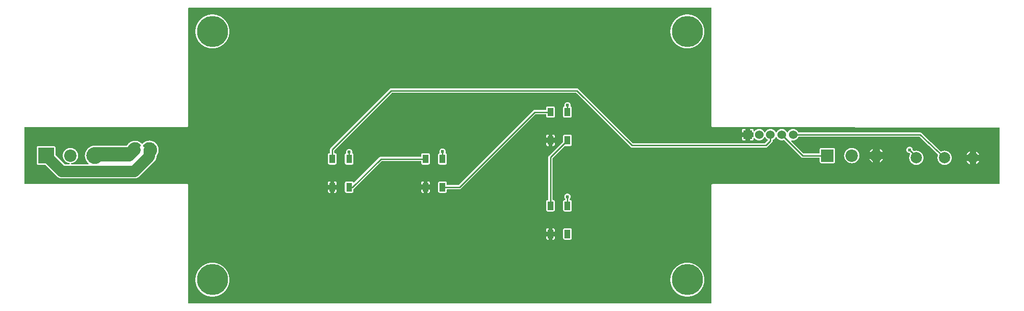
<source format=gtl>
G04 Layer: TopLayer*
G04 EasyEDA v6.3.39, 2020-04-24T10:39:31-10:00*
G04 0f25efb224964ab9abe88dfcb523e386,a4d28be01f944deba2cf7c63a1f3ff09,10*
G04 Gerber Generator version 0.2*
G04 Scale: 100 percent, Rotated: No, Reflected: No *
G04 Dimensions in millimeters *
G04 leading zeros omitted , absolute positions ,3 integer and 3 decimal *
%FSLAX33Y33*%
%MOMM*%
G90*
G71D02*

%ADD11C,0.250012*%
%ADD12C,1.999996*%
%ADD13C,0.499999*%
%ADD14C,0.609600*%
%ADD16C,5.499989*%
%ADD17R,2.199996X2.199996*%
%ADD18C,2.199996*%
%ADD19R,1.524000X1.524000*%
%ADD20C,1.524000*%
%ADD21C,1.799996*%

%LPD*%
G36*
G01X121641Y52743D02*
G01X29358Y52743D01*
G01X29343Y52742D01*
G01X29329Y52739D01*
G01X29315Y52734D01*
G01X29303Y52727D01*
G01X29291Y52718D01*
G01X29281Y52708D01*
G01X29272Y52696D01*
G01X29265Y52684D01*
G01X29260Y52670D01*
G01X29257Y52656D01*
G01X29256Y52641D01*
G01X29256Y31800D01*
G01X29255Y31776D01*
G01X29251Y31752D01*
G01X29246Y31730D01*
G01X29239Y31707D01*
G01X29229Y31685D01*
G01X29217Y31665D01*
G01X29204Y31645D01*
G01X29189Y31626D01*
G01X29172Y31610D01*
G01X29154Y31595D01*
G01X29135Y31581D01*
G01X29114Y31570D01*
G01X29092Y31560D01*
G01X29070Y31553D01*
G01X29047Y31547D01*
G01X29023Y31544D01*
G01X29000Y31543D01*
G01X357Y31543D01*
G01X343Y31542D01*
G01X329Y31539D01*
G01X315Y31534D01*
G01X303Y31527D01*
G01X291Y31518D01*
G01X281Y31508D01*
G01X272Y31496D01*
G01X265Y31484D01*
G01X260Y31470D01*
G01X257Y31456D01*
G01X256Y31442D01*
G01X256Y21558D01*
G01X257Y21543D01*
G01X260Y21529D01*
G01X265Y21515D01*
G01X272Y21503D01*
G01X281Y21491D01*
G01X291Y21481D01*
G01X303Y21472D01*
G01X315Y21465D01*
G01X329Y21460D01*
G01X343Y21457D01*
G01X357Y21456D01*
G01X29000Y21455D01*
G01X29023Y21454D01*
G01X29047Y21451D01*
G01X29070Y21446D01*
G01X29092Y21438D01*
G01X29114Y21428D01*
G01X29135Y21417D01*
G01X29154Y21403D01*
G01X29172Y21388D01*
G01X29189Y21371D01*
G01X29204Y21353D01*
G01X29217Y21334D01*
G01X29229Y21313D01*
G01X29239Y21291D01*
G01X29246Y21269D01*
G01X29251Y21246D01*
G01X29255Y21223D01*
G01X29256Y21199D01*
G01X29256Y358D01*
G01X29257Y343D01*
G01X29260Y329D01*
G01X29265Y315D01*
G01X29272Y303D01*
G01X29281Y291D01*
G01X29291Y281D01*
G01X29303Y272D01*
G01X29315Y265D01*
G01X29329Y260D01*
G01X29343Y257D01*
G01X29358Y256D01*
G01X121641Y256D01*
G01X121655Y257D01*
G01X121669Y260D01*
G01X121683Y265D01*
G01X121696Y272D01*
G01X121707Y281D01*
G01X121718Y291D01*
G01X121726Y303D01*
G01X121733Y315D01*
G01X121738Y329D01*
G01X121742Y343D01*
G01X121743Y358D01*
G01X121743Y21199D01*
G01X121744Y21223D01*
G01X121747Y21246D01*
G01X121752Y21269D01*
G01X121760Y21291D01*
G01X121769Y21313D01*
G01X121781Y21334D01*
G01X121794Y21353D01*
G01X121810Y21371D01*
G01X121826Y21388D01*
G01X121845Y21403D01*
G01X121864Y21417D01*
G01X121885Y21428D01*
G01X121907Y21438D01*
G01X121929Y21446D01*
G01X121952Y21451D01*
G01X121975Y21454D01*
G01X121999Y21455D01*
G01X172642Y21456D01*
G01X172656Y21457D01*
G01X172670Y21460D01*
G01X172684Y21465D01*
G01X172696Y21472D01*
G01X172708Y21481D01*
G01X172718Y21491D01*
G01X172727Y21503D01*
G01X172734Y21515D01*
G01X172739Y21529D01*
G01X172742Y21543D01*
G01X172743Y21558D01*
G01X172743Y31342D01*
G01X172742Y31357D01*
G01X172739Y31371D01*
G01X172734Y31384D01*
G01X172727Y31397D01*
G01X172718Y31409D01*
G01X172708Y31419D01*
G01X172696Y31427D01*
G01X172684Y31434D01*
G01X172670Y31440D01*
G01X172656Y31443D01*
G01X172642Y31444D01*
G01X121999Y31544D01*
G01X121975Y31545D01*
G01X121951Y31549D01*
G01X121928Y31554D01*
G01X121906Y31561D01*
G01X121884Y31571D01*
G01X121864Y31583D01*
G01X121844Y31596D01*
G01X121826Y31611D01*
G01X121809Y31628D01*
G01X121794Y31646D01*
G01X121781Y31666D01*
G01X121769Y31686D01*
G01X121760Y31708D01*
G01X121752Y31731D01*
G01X121747Y31753D01*
G01X121744Y31777D01*
G01X121743Y31801D01*
G01X121743Y52641D01*
G01X121742Y52656D01*
G01X121738Y52670D01*
G01X121733Y52684D01*
G01X121726Y52696D01*
G01X121718Y52708D01*
G01X121707Y52718D01*
G01X121696Y52727D01*
G01X121683Y52734D01*
G01X121669Y52739D01*
G01X121655Y52742D01*
G01X121641Y52743D01*
G37*

%LPC*%
G36*
G01X33578Y7505D02*
G01X33499Y7506D01*
G01X33421Y7505D01*
G01X33342Y7502D01*
G01X33264Y7497D01*
G01X33185Y7489D01*
G01X33107Y7480D01*
G01X33029Y7469D01*
G01X32952Y7456D01*
G01X32875Y7441D01*
G01X32798Y7423D01*
G01X32721Y7403D01*
G01X32645Y7382D01*
G01X32570Y7359D01*
G01X32496Y7333D01*
G01X32422Y7306D01*
G01X32349Y7277D01*
G01X32277Y7246D01*
G01X32205Y7213D01*
G01X32134Y7178D01*
G01X32065Y7142D01*
G01X31996Y7103D01*
G01X31929Y7063D01*
G01X31862Y7021D01*
G01X31797Y6977D01*
G01X31733Y6932D01*
G01X31669Y6885D01*
G01X31608Y6836D01*
G01X31547Y6786D01*
G01X31488Y6734D01*
G01X31430Y6681D01*
G01X31373Y6625D01*
G01X31319Y6569D01*
G01X31265Y6511D01*
G01X31213Y6452D01*
G01X31163Y6392D01*
G01X31114Y6330D01*
G01X31067Y6267D01*
G01X31022Y6203D01*
G01X30978Y6137D01*
G01X30936Y6071D01*
G01X30896Y6003D01*
G01X30857Y5934D01*
G01X30821Y5864D01*
G01X30786Y5794D01*
G01X30753Y5723D01*
G01X30722Y5650D01*
G01X30693Y5577D01*
G01X30665Y5503D01*
G01X30640Y5428D01*
G01X30617Y5353D01*
G01X30596Y5278D01*
G01X30576Y5201D01*
G01X30559Y5125D01*
G01X30543Y5047D01*
G01X30530Y4970D01*
G01X30519Y4892D01*
G01X30509Y4814D01*
G01X30502Y4735D01*
G01X30497Y4657D01*
G01X30494Y4578D01*
G01X30493Y4500D01*
G01X30494Y4421D01*
G01X30497Y4342D01*
G01X30502Y4264D01*
G01X30509Y4185D01*
G01X30519Y4107D01*
G01X30530Y4029D01*
G01X30543Y3952D01*
G01X30559Y3874D01*
G01X30576Y3798D01*
G01X30596Y3722D01*
G01X30617Y3646D01*
G01X30640Y3571D01*
G01X30665Y3496D01*
G01X30693Y3422D01*
G01X30722Y3349D01*
G01X30753Y3277D01*
G01X30786Y3205D01*
G01X30821Y3135D01*
G01X30857Y3065D01*
G01X30896Y2996D01*
G01X30936Y2929D01*
G01X30978Y2862D01*
G01X31022Y2796D01*
G01X31067Y2732D01*
G01X31114Y2669D01*
G01X31163Y2607D01*
G01X31213Y2547D01*
G01X31265Y2488D01*
G01X31319Y2430D01*
G01X31373Y2374D01*
G01X31430Y2318D01*
G01X31488Y2265D01*
G01X31547Y2213D01*
G01X31608Y2163D01*
G01X31669Y2114D01*
G01X31733Y2067D01*
G01X31797Y2022D01*
G01X31862Y1978D01*
G01X31929Y1936D01*
G01X31996Y1896D01*
G01X32065Y1857D01*
G01X32134Y1821D01*
G01X32205Y1786D01*
G01X32277Y1753D01*
G01X32349Y1722D01*
G01X32422Y1693D01*
G01X32496Y1666D01*
G01X32570Y1640D01*
G01X32645Y1617D01*
G01X32721Y1596D01*
G01X32798Y1576D01*
G01X32875Y1558D01*
G01X32952Y1543D01*
G01X33029Y1530D01*
G01X33107Y1519D01*
G01X33185Y1510D01*
G01X33264Y1502D01*
G01X33342Y1497D01*
G01X33421Y1494D01*
G01X33499Y1493D01*
G01X33578Y1494D01*
G01X33657Y1497D01*
G01X33736Y1502D01*
G01X33814Y1510D01*
G01X33892Y1519D01*
G01X33970Y1530D01*
G01X34048Y1543D01*
G01X34125Y1558D01*
G01X34201Y1576D01*
G01X34278Y1596D01*
G01X34353Y1617D01*
G01X34429Y1640D01*
G01X34503Y1666D01*
G01X34577Y1693D01*
G01X34650Y1722D01*
G01X34722Y1753D01*
G01X34794Y1786D01*
G01X34864Y1821D01*
G01X34934Y1857D01*
G01X35003Y1896D01*
G01X35071Y1936D01*
G01X35137Y1978D01*
G01X35202Y2022D01*
G01X35267Y2067D01*
G01X35330Y2114D01*
G01X35392Y2163D01*
G01X35452Y2213D01*
G01X35511Y2265D01*
G01X35569Y2318D01*
G01X35625Y2374D01*
G01X35680Y2430D01*
G01X35734Y2488D01*
G01X35786Y2547D01*
G01X35836Y2607D01*
G01X35885Y2669D01*
G01X35932Y2732D01*
G01X35977Y2796D01*
G01X36021Y2862D01*
G01X36063Y2929D01*
G01X36103Y2996D01*
G01X36141Y3065D01*
G01X36179Y3135D01*
G01X36213Y3205D01*
G01X36246Y3277D01*
G01X36277Y3349D01*
G01X36307Y3422D01*
G01X36334Y3496D01*
G01X36359Y3571D01*
G01X36382Y3646D01*
G01X36404Y3722D01*
G01X36423Y3798D01*
G01X36440Y3874D01*
G01X36456Y3952D01*
G01X36469Y4029D01*
G01X36480Y4107D01*
G01X36489Y4185D01*
G01X36497Y4264D01*
G01X36502Y4342D01*
G01X36505Y4421D01*
G01X36506Y4499D01*
G01X36505Y4578D01*
G01X36502Y4657D01*
G01X36497Y4735D01*
G01X36489Y4814D01*
G01X36480Y4892D01*
G01X36469Y4970D01*
G01X36456Y5047D01*
G01X36440Y5125D01*
G01X36423Y5201D01*
G01X36404Y5278D01*
G01X36382Y5353D01*
G01X36359Y5428D01*
G01X36334Y5503D01*
G01X36307Y5577D01*
G01X36277Y5650D01*
G01X36246Y5723D01*
G01X36213Y5794D01*
G01X36179Y5864D01*
G01X36141Y5934D01*
G01X36103Y6003D01*
G01X36063Y6071D01*
G01X36021Y6137D01*
G01X35977Y6203D01*
G01X35932Y6267D01*
G01X35885Y6330D01*
G01X35836Y6392D01*
G01X35786Y6452D01*
G01X35734Y6511D01*
G01X35680Y6569D01*
G01X35625Y6625D01*
G01X35569Y6681D01*
G01X35511Y6734D01*
G01X35452Y6786D01*
G01X35392Y6836D01*
G01X35330Y6885D01*
G01X35267Y6932D01*
G01X35202Y6977D01*
G01X35137Y7021D01*
G01X35071Y7063D01*
G01X35003Y7103D01*
G01X34934Y7142D01*
G01X34864Y7178D01*
G01X34794Y7213D01*
G01X34722Y7246D01*
G01X34650Y7277D01*
G01X34577Y7306D01*
G01X34503Y7333D01*
G01X34429Y7359D01*
G01X34353Y7382D01*
G01X34278Y7403D01*
G01X34201Y7423D01*
G01X34125Y7441D01*
G01X34048Y7456D01*
G01X33970Y7469D01*
G01X33892Y7480D01*
G01X33814Y7489D01*
G01X33736Y7497D01*
G01X33657Y7502D01*
G01X33578Y7505D01*
G37*
G36*
G01X117578Y7505D02*
G01X117500Y7506D01*
G01X117421Y7505D01*
G01X117342Y7502D01*
G01X117264Y7497D01*
G01X117185Y7489D01*
G01X117107Y7480D01*
G01X117029Y7469D01*
G01X116952Y7456D01*
G01X116874Y7441D01*
G01X116798Y7423D01*
G01X116721Y7403D01*
G01X116646Y7382D01*
G01X116571Y7359D01*
G01X116496Y7333D01*
G01X116422Y7306D01*
G01X116349Y7277D01*
G01X116276Y7246D01*
G01X116205Y7213D01*
G01X116135Y7178D01*
G01X116065Y7142D01*
G01X115997Y7103D01*
G01X115928Y7063D01*
G01X115862Y7021D01*
G01X115796Y6977D01*
G01X115732Y6932D01*
G01X115669Y6885D01*
G01X115607Y6836D01*
G01X115547Y6786D01*
G01X115488Y6734D01*
G01X115430Y6681D01*
G01X115374Y6625D01*
G01X115319Y6569D01*
G01X115265Y6511D01*
G01X115213Y6452D01*
G01X115163Y6392D01*
G01X115114Y6330D01*
G01X115067Y6267D01*
G01X115022Y6203D01*
G01X114978Y6137D01*
G01X114936Y6071D01*
G01X114896Y6003D01*
G01X114858Y5934D01*
G01X114821Y5864D01*
G01X114786Y5794D01*
G01X114753Y5723D01*
G01X114722Y5650D01*
G01X114693Y5577D01*
G01X114666Y5503D01*
G01X114640Y5428D01*
G01X114617Y5353D01*
G01X114595Y5278D01*
G01X114576Y5201D01*
G01X114559Y5125D01*
G01X114543Y5047D01*
G01X114530Y4970D01*
G01X114519Y4892D01*
G01X114510Y4814D01*
G01X114503Y4735D01*
G01X114497Y4657D01*
G01X114494Y4578D01*
G01X114493Y4500D01*
G01X114494Y4421D01*
G01X114497Y4342D01*
G01X114503Y4264D01*
G01X114510Y4185D01*
G01X114519Y4107D01*
G01X114530Y4029D01*
G01X114543Y3952D01*
G01X114559Y3874D01*
G01X114576Y3798D01*
G01X114595Y3722D01*
G01X114617Y3646D01*
G01X114640Y3571D01*
G01X114666Y3496D01*
G01X114693Y3422D01*
G01X114722Y3349D01*
G01X114753Y3277D01*
G01X114786Y3205D01*
G01X114821Y3135D01*
G01X114858Y3065D01*
G01X114896Y2996D01*
G01X114936Y2929D01*
G01X114978Y2862D01*
G01X115022Y2796D01*
G01X115067Y2732D01*
G01X115114Y2669D01*
G01X115163Y2607D01*
G01X115213Y2547D01*
G01X115265Y2488D01*
G01X115319Y2430D01*
G01X115374Y2374D01*
G01X115430Y2318D01*
G01X115488Y2265D01*
G01X115547Y2213D01*
G01X115607Y2163D01*
G01X115669Y2114D01*
G01X115732Y2067D01*
G01X115796Y2022D01*
G01X115862Y1978D01*
G01X115928Y1936D01*
G01X115997Y1896D01*
G01X116065Y1857D01*
G01X116135Y1821D01*
G01X116205Y1786D01*
G01X116276Y1753D01*
G01X116349Y1722D01*
G01X116422Y1693D01*
G01X116496Y1666D01*
G01X116571Y1640D01*
G01X116646Y1617D01*
G01X116721Y1596D01*
G01X116798Y1576D01*
G01X116874Y1558D01*
G01X116952Y1543D01*
G01X117029Y1530D01*
G01X117107Y1519D01*
G01X117185Y1510D01*
G01X117264Y1502D01*
G01X117342Y1497D01*
G01X117421Y1494D01*
G01X117500Y1493D01*
G01X117578Y1494D01*
G01X117657Y1497D01*
G01X117735Y1502D01*
G01X117814Y1510D01*
G01X117892Y1519D01*
G01X117970Y1530D01*
G01X118047Y1543D01*
G01X118125Y1558D01*
G01X118201Y1576D01*
G01X118277Y1596D01*
G01X118354Y1617D01*
G01X118429Y1640D01*
G01X118503Y1666D01*
G01X118577Y1693D01*
G01X118650Y1722D01*
G01X118722Y1753D01*
G01X118794Y1786D01*
G01X118865Y1821D01*
G01X118934Y1857D01*
G01X119003Y1896D01*
G01X119070Y1936D01*
G01X119137Y1978D01*
G01X119203Y2022D01*
G01X119267Y2067D01*
G01X119330Y2114D01*
G01X119392Y2163D01*
G01X119452Y2213D01*
G01X119511Y2265D01*
G01X119569Y2318D01*
G01X119626Y2374D01*
G01X119681Y2430D01*
G01X119734Y2488D01*
G01X119786Y2547D01*
G01X119836Y2607D01*
G01X119885Y2669D01*
G01X119932Y2732D01*
G01X119977Y2796D01*
G01X120021Y2862D01*
G01X120063Y2929D01*
G01X120103Y2996D01*
G01X120142Y3065D01*
G01X120178Y3135D01*
G01X120213Y3205D01*
G01X120246Y3277D01*
G01X120277Y3349D01*
G01X120306Y3422D01*
G01X120334Y3496D01*
G01X120359Y3571D01*
G01X120382Y3646D01*
G01X120403Y3722D01*
G01X120423Y3798D01*
G01X120441Y3874D01*
G01X120456Y3952D01*
G01X120469Y4029D01*
G01X120480Y4107D01*
G01X120490Y4185D01*
G01X120497Y4264D01*
G01X120502Y4342D01*
G01X120505Y4421D01*
G01X120506Y4499D01*
G01X120505Y4578D01*
G01X120502Y4657D01*
G01X120497Y4735D01*
G01X120490Y4814D01*
G01X120480Y4892D01*
G01X120469Y4970D01*
G01X120456Y5047D01*
G01X120441Y5125D01*
G01X120423Y5201D01*
G01X120403Y5278D01*
G01X120382Y5353D01*
G01X120359Y5428D01*
G01X120334Y5503D01*
G01X120306Y5577D01*
G01X120277Y5650D01*
G01X120246Y5723D01*
G01X120213Y5794D01*
G01X120178Y5864D01*
G01X120142Y5934D01*
G01X120103Y6003D01*
G01X120063Y6071D01*
G01X120021Y6137D01*
G01X119977Y6203D01*
G01X119932Y6267D01*
G01X119885Y6330D01*
G01X119836Y6392D01*
G01X119786Y6452D01*
G01X119734Y6511D01*
G01X119681Y6569D01*
G01X119626Y6625D01*
G01X119569Y6681D01*
G01X119511Y6734D01*
G01X119452Y6786D01*
G01X119392Y6836D01*
G01X119330Y6885D01*
G01X119267Y6932D01*
G01X119203Y6977D01*
G01X119137Y7021D01*
G01X119070Y7063D01*
G01X119003Y7103D01*
G01X118934Y7142D01*
G01X118865Y7178D01*
G01X118794Y7213D01*
G01X118722Y7246D01*
G01X118650Y7277D01*
G01X118577Y7306D01*
G01X118503Y7333D01*
G01X118429Y7359D01*
G01X118354Y7382D01*
G01X118277Y7403D01*
G01X118201Y7423D01*
G01X118125Y7441D01*
G01X118047Y7456D01*
G01X117970Y7469D01*
G01X117892Y7480D01*
G01X117814Y7489D01*
G01X117735Y7497D01*
G01X117657Y7502D01*
G01X117578Y7505D01*
G37*
G36*
G01X92987Y12161D02*
G01X92544Y12161D01*
G01X92544Y11850D01*
G01X92545Y11827D01*
G01X92548Y11803D01*
G01X92554Y11780D01*
G01X92561Y11758D01*
G01X92571Y11736D01*
G01X92582Y11715D01*
G01X92596Y11696D01*
G01X92611Y11677D01*
G01X92628Y11661D01*
G01X92646Y11645D01*
G01X92666Y11632D01*
G01X92686Y11620D01*
G01X92708Y11611D01*
G01X92730Y11604D01*
G01X92754Y11598D01*
G01X92777Y11595D01*
G01X92801Y11593D01*
G01X92987Y11593D01*
G01X92987Y12161D01*
G37*
G36*
G01X94056Y12161D02*
G01X93613Y12161D01*
G01X93613Y11593D01*
G01X93799Y11593D01*
G01X93822Y11595D01*
G01X93846Y11598D01*
G01X93869Y11604D01*
G01X93891Y11611D01*
G01X93913Y11620D01*
G01X93934Y11632D01*
G01X93953Y11645D01*
G01X93972Y11661D01*
G01X93988Y11677D01*
G01X94004Y11696D01*
G01X94017Y11715D01*
G01X94029Y11736D01*
G01X94038Y11758D01*
G01X94045Y11780D01*
G01X94051Y11803D01*
G01X94054Y11827D01*
G01X94056Y11850D01*
G01X94056Y12161D01*
G37*
G36*
G01X96799Y13605D02*
G01X95801Y13605D01*
G01X95777Y13604D01*
G01X95753Y13601D01*
G01X95730Y13596D01*
G01X95708Y13588D01*
G01X95686Y13578D01*
G01X95665Y13567D01*
G01X95627Y13539D01*
G01X95611Y13522D01*
G01X95596Y13504D01*
G01X95582Y13484D01*
G01X95571Y13463D01*
G01X95561Y13442D01*
G01X95554Y13419D01*
G01X95548Y13396D01*
G01X95545Y13372D01*
G01X95544Y13349D01*
G01X95544Y11850D01*
G01X95545Y11827D01*
G01X95548Y11803D01*
G01X95554Y11780D01*
G01X95561Y11758D01*
G01X95571Y11736D01*
G01X95582Y11715D01*
G01X95596Y11696D01*
G01X95611Y11677D01*
G01X95627Y11661D01*
G01X95646Y11645D01*
G01X95665Y11632D01*
G01X95686Y11620D01*
G01X95708Y11611D01*
G01X95730Y11604D01*
G01X95753Y11598D01*
G01X95777Y11595D01*
G01X95801Y11593D01*
G01X96799Y11593D01*
G01X96822Y11595D01*
G01X96845Y11598D01*
G01X96869Y11604D01*
G01X96891Y11611D01*
G01X96913Y11620D01*
G01X96933Y11632D01*
G01X96953Y11645D01*
G01X96971Y11661D01*
G01X96988Y11677D01*
G01X97003Y11696D01*
G01X97017Y11715D01*
G01X97028Y11736D01*
G01X97038Y11758D01*
G01X97045Y11780D01*
G01X97051Y11803D01*
G01X97054Y11827D01*
G01X97055Y11850D01*
G01X97055Y13349D01*
G01X97054Y13372D01*
G01X97051Y13396D01*
G01X97045Y13419D01*
G01X97038Y13442D01*
G01X97028Y13463D01*
G01X97017Y13484D01*
G01X97003Y13504D01*
G01X96988Y13522D01*
G01X96971Y13539D01*
G01X96953Y13553D01*
G01X96933Y13567D01*
G01X96913Y13578D01*
G01X96891Y13588D01*
G01X96869Y13596D01*
G01X96845Y13601D01*
G01X96822Y13604D01*
G01X96799Y13605D01*
G37*
G36*
G01X93799Y13605D02*
G01X93613Y13605D01*
G01X93613Y13038D01*
G01X94056Y13038D01*
G01X94056Y13349D01*
G01X94054Y13372D01*
G01X94051Y13396D01*
G01X94045Y13419D01*
G01X94038Y13442D01*
G01X94029Y13463D01*
G01X94017Y13484D01*
G01X94004Y13504D01*
G01X93988Y13522D01*
G01X93972Y13539D01*
G01X93934Y13567D01*
G01X93913Y13578D01*
G01X93891Y13588D01*
G01X93869Y13596D01*
G01X93846Y13601D01*
G01X93822Y13604D01*
G01X93799Y13605D01*
G37*
G36*
G01X92987Y13605D02*
G01X92801Y13605D01*
G01X92777Y13604D01*
G01X92754Y13601D01*
G01X92730Y13596D01*
G01X92708Y13588D01*
G01X92686Y13578D01*
G01X92666Y13567D01*
G01X92646Y13553D01*
G01X92628Y13539D01*
G01X92611Y13522D01*
G01X92596Y13504D01*
G01X92582Y13484D01*
G01X92571Y13463D01*
G01X92561Y13442D01*
G01X92554Y13419D01*
G01X92548Y13396D01*
G01X92545Y13372D01*
G01X92544Y13349D01*
G01X92544Y13038D01*
G01X92987Y13038D01*
G01X92987Y13605D01*
G37*
G36*
G01X96333Y19760D02*
G01X96299Y19761D01*
G01X96265Y19760D01*
G01X96232Y19757D01*
G01X96198Y19751D01*
G01X96165Y19744D01*
G01X96132Y19735D01*
G01X96100Y19725D01*
G01X96038Y19697D01*
G01X96009Y19680D01*
G01X95980Y19662D01*
G01X95953Y19641D01*
G01X95927Y19620D01*
G01X95903Y19597D01*
G01X95879Y19572D01*
G01X95857Y19546D01*
G01X95819Y19490D01*
G01X95787Y19430D01*
G01X95763Y19366D01*
G01X95754Y19334D01*
G01X95747Y19301D01*
G01X95742Y19267D01*
G01X95739Y19233D01*
G01X95738Y19200D01*
G01X95739Y19164D01*
G01X95743Y19129D01*
G01X95748Y19094D01*
G01X95756Y19060D01*
G01X95765Y19026D01*
G01X95791Y18960D01*
G01X95808Y18929D01*
G01X95825Y18899D01*
G01X95845Y18870D01*
G01X95867Y18842D01*
G01X95890Y18815D01*
G01X95900Y18803D01*
G01X95908Y18790D01*
G01X95913Y18776D01*
G01X95917Y18761D01*
G01X95918Y18746D01*
G01X95918Y18708D01*
G01X95917Y18694D01*
G01X95914Y18680D01*
G01X95909Y18666D01*
G01X95902Y18653D01*
G01X95893Y18641D01*
G01X95883Y18631D01*
G01X95871Y18623D01*
G01X95858Y18616D01*
G01X95845Y18611D01*
G01X95830Y18607D01*
G01X95816Y18606D01*
G01X95801Y18606D01*
G01X95777Y18605D01*
G01X95753Y18602D01*
G01X95730Y18597D01*
G01X95708Y18589D01*
G01X95686Y18579D01*
G01X95665Y18568D01*
G01X95646Y18555D01*
G01X95627Y18540D01*
G01X95611Y18523D01*
G01X95596Y18505D01*
G01X95582Y18485D01*
G01X95571Y18464D01*
G01X95561Y18443D01*
G01X95554Y18420D01*
G01X95548Y18397D01*
G01X95545Y18374D01*
G01X95544Y18350D01*
G01X95544Y16849D01*
G01X95545Y16825D01*
G01X95548Y16802D01*
G01X95554Y16779D01*
G01X95561Y16756D01*
G01X95571Y16734D01*
G01X95582Y16714D01*
G01X95596Y16694D01*
G01X95611Y16676D01*
G01X95627Y16659D01*
G01X95646Y16644D01*
G01X95665Y16631D01*
G01X95686Y16619D01*
G01X95708Y16610D01*
G01X95730Y16602D01*
G01X95753Y16597D01*
G01X95777Y16594D01*
G01X95801Y16592D01*
G01X96799Y16592D01*
G01X96822Y16594D01*
G01X96845Y16597D01*
G01X96869Y16602D01*
G01X96891Y16610D01*
G01X96913Y16619D01*
G01X96933Y16631D01*
G01X96953Y16644D01*
G01X96971Y16659D01*
G01X96988Y16676D01*
G01X97003Y16694D01*
G01X97017Y16714D01*
G01X97028Y16734D01*
G01X97038Y16756D01*
G01X97045Y16779D01*
G01X97051Y16802D01*
G01X97054Y16825D01*
G01X97055Y16849D01*
G01X97055Y18350D01*
G01X97054Y18374D01*
G01X97051Y18397D01*
G01X97045Y18420D01*
G01X97038Y18443D01*
G01X97028Y18464D01*
G01X97017Y18485D01*
G01X97003Y18505D01*
G01X96988Y18523D01*
G01X96971Y18540D01*
G01X96953Y18555D01*
G01X96933Y18568D01*
G01X96913Y18579D01*
G01X96891Y18589D01*
G01X96869Y18597D01*
G01X96845Y18602D01*
G01X96822Y18605D01*
G01X96799Y18606D01*
G01X96782Y18606D01*
G01X96768Y18607D01*
G01X96754Y18611D01*
G01X96740Y18616D01*
G01X96728Y18623D01*
G01X96716Y18631D01*
G01X96706Y18641D01*
G01X96697Y18653D01*
G01X96690Y18666D01*
G01X96685Y18680D01*
G01X96682Y18694D01*
G01X96681Y18708D01*
G01X96681Y18746D01*
G01X96682Y18761D01*
G01X96685Y18776D01*
G01X96691Y18790D01*
G01X96699Y18803D01*
G01X96708Y18815D01*
G01X96732Y18842D01*
G01X96754Y18870D01*
G01X96773Y18899D01*
G01X96791Y18929D01*
G01X96807Y18960D01*
G01X96821Y18993D01*
G01X96833Y19026D01*
G01X96843Y19060D01*
G01X96851Y19094D01*
G01X96856Y19129D01*
G01X96860Y19164D01*
G01X96861Y19199D01*
G01X96860Y19233D01*
G01X96857Y19267D01*
G01X96852Y19301D01*
G01X96844Y19334D01*
G01X96835Y19366D01*
G01X96824Y19398D01*
G01X96811Y19430D01*
G01X96796Y19460D01*
G01X96780Y19490D01*
G01X96761Y19518D01*
G01X96741Y19546D01*
G01X96719Y19572D01*
G01X96696Y19597D01*
G01X96672Y19620D01*
G01X96618Y19662D01*
G01X96590Y19680D01*
G01X96560Y19697D01*
G01X96530Y19711D01*
G01X96498Y19725D01*
G01X96466Y19735D01*
G01X96433Y19744D01*
G01X96400Y19751D01*
G01X96367Y19757D01*
G01X96333Y19760D01*
G37*
G36*
G01X96799Y30206D02*
G01X95801Y30206D01*
G01X95777Y30204D01*
G01X95753Y30201D01*
G01X95730Y30195D01*
G01X95708Y30188D01*
G01X95686Y30179D01*
G01X95665Y30167D01*
G01X95646Y30154D01*
G01X95627Y30139D01*
G01X95611Y30122D01*
G01X95596Y30103D01*
G01X95582Y30084D01*
G01X95571Y30063D01*
G01X95561Y30042D01*
G01X95554Y30019D01*
G01X95548Y29996D01*
G01X95545Y29972D01*
G01X95544Y29949D01*
G01X95544Y29026D01*
G01X95542Y29010D01*
G01X95539Y28994D01*
G01X95533Y28979D01*
G01X95524Y28966D01*
G01X95514Y28954D01*
G01X93030Y26470D01*
G01X93010Y26447D01*
G01X92991Y26424D01*
G01X92974Y26399D01*
G01X92960Y26373D01*
G01X92947Y26346D01*
G01X92937Y26318D01*
G01X92929Y26289D01*
G01X92923Y26259D01*
G01X92919Y26229D01*
G01X92918Y26199D01*
G01X92918Y18708D01*
G01X92917Y18694D01*
G01X92914Y18680D01*
G01X92909Y18666D01*
G01X92902Y18653D01*
G01X92893Y18641D01*
G01X92883Y18631D01*
G01X92871Y18623D01*
G01X92859Y18616D01*
G01X92845Y18611D01*
G01X92831Y18607D01*
G01X92817Y18606D01*
G01X92801Y18606D01*
G01X92777Y18605D01*
G01X92754Y18602D01*
G01X92730Y18597D01*
G01X92708Y18589D01*
G01X92686Y18579D01*
G01X92666Y18568D01*
G01X92646Y18555D01*
G01X92628Y18540D01*
G01X92611Y18523D01*
G01X92596Y18505D01*
G01X92582Y18485D01*
G01X92571Y18464D01*
G01X92561Y18443D01*
G01X92554Y18420D01*
G01X92548Y18397D01*
G01X92545Y18374D01*
G01X92544Y18350D01*
G01X92544Y16849D01*
G01X92545Y16825D01*
G01X92548Y16802D01*
G01X92554Y16779D01*
G01X92561Y16756D01*
G01X92571Y16734D01*
G01X92582Y16714D01*
G01X92596Y16694D01*
G01X92611Y16676D01*
G01X92628Y16659D01*
G01X92646Y16644D01*
G01X92666Y16631D01*
G01X92686Y16619D01*
G01X92708Y16610D01*
G01X92730Y16602D01*
G01X92754Y16597D01*
G01X92777Y16594D01*
G01X92801Y16592D01*
G01X93799Y16592D01*
G01X93822Y16594D01*
G01X93846Y16597D01*
G01X93869Y16602D01*
G01X93891Y16610D01*
G01X93913Y16619D01*
G01X93934Y16631D01*
G01X93953Y16644D01*
G01X93972Y16659D01*
G01X93988Y16676D01*
G01X94004Y16694D01*
G01X94017Y16714D01*
G01X94029Y16734D01*
G01X94038Y16756D01*
G01X94045Y16779D01*
G01X94051Y16802D01*
G01X94054Y16825D01*
G01X94056Y16849D01*
G01X94056Y18350D01*
G01X94054Y18374D01*
G01X94051Y18397D01*
G01X94045Y18420D01*
G01X94038Y18443D01*
G01X94029Y18464D01*
G01X94017Y18485D01*
G01X94004Y18505D01*
G01X93988Y18523D01*
G01X93972Y18540D01*
G01X93953Y18555D01*
G01X93934Y18568D01*
G01X93913Y18579D01*
G01X93891Y18589D01*
G01X93869Y18597D01*
G01X93846Y18602D01*
G01X93822Y18605D01*
G01X93799Y18606D01*
G01X93783Y18606D01*
G01X93769Y18607D01*
G01X93754Y18611D01*
G01X93741Y18616D01*
G01X93728Y18623D01*
G01X93716Y18631D01*
G01X93706Y18641D01*
G01X93697Y18653D01*
G01X93690Y18666D01*
G01X93685Y18680D01*
G01X93682Y18694D01*
G01X93681Y18708D01*
G01X93681Y26000D01*
G01X93683Y26016D01*
G01X93686Y26031D01*
G01X93692Y26046D01*
G01X93700Y26059D01*
G01X93711Y26071D01*
G01X95804Y28164D01*
G01X95816Y28174D01*
G01X95829Y28183D01*
G01X95844Y28189D01*
G01X95859Y28192D01*
G01X95875Y28194D01*
G01X96799Y28194D01*
G01X96822Y28195D01*
G01X96845Y28198D01*
G01X96869Y28204D01*
G01X96891Y28211D01*
G01X96913Y28221D01*
G01X96933Y28232D01*
G01X96953Y28246D01*
G01X96971Y28260D01*
G01X96988Y28277D01*
G01X97003Y28296D01*
G01X97017Y28315D01*
G01X97028Y28336D01*
G01X97038Y28357D01*
G01X97045Y28380D01*
G01X97051Y28403D01*
G01X97054Y28427D01*
G01X97055Y28450D01*
G01X97055Y29949D01*
G01X97054Y29972D01*
G01X97051Y29996D01*
G01X97045Y30019D01*
G01X97038Y30042D01*
G01X97028Y30063D01*
G01X97017Y30084D01*
G01X97003Y30103D01*
G01X96988Y30122D01*
G01X96971Y30139D01*
G01X96953Y30154D01*
G01X96933Y30167D01*
G01X96913Y30179D01*
G01X96891Y30188D01*
G01X96869Y30195D01*
G01X96845Y30201D01*
G01X96822Y30204D01*
G01X96799Y30206D01*
G37*
G36*
G01X70887Y20462D02*
G01X70444Y20462D01*
G01X70444Y20150D01*
G01X70445Y20126D01*
G01X70448Y20103D01*
G01X70454Y20080D01*
G01X70461Y20058D01*
G01X70471Y20036D01*
G01X70482Y20015D01*
G01X70496Y19996D01*
G01X70511Y19978D01*
G01X70528Y19961D01*
G01X70546Y19946D01*
G01X70566Y19932D01*
G01X70586Y19921D01*
G01X70608Y19911D01*
G01X70630Y19903D01*
G01X70653Y19898D01*
G01X70677Y19895D01*
G01X70701Y19894D01*
G01X70887Y19894D01*
G01X70887Y20462D01*
G37*
G36*
G01X71955Y20462D02*
G01X71513Y20462D01*
G01X71513Y19894D01*
G01X71699Y19894D01*
G01X71722Y19895D01*
G01X71746Y19898D01*
G01X71769Y19903D01*
G01X71791Y19911D01*
G01X71813Y19921D01*
G01X71834Y19932D01*
G01X71853Y19946D01*
G01X71872Y19961D01*
G01X71888Y19978D01*
G01X71904Y19996D01*
G01X71917Y20015D01*
G01X71929Y20036D01*
G01X71938Y20058D01*
G01X71945Y20080D01*
G01X71951Y20103D01*
G01X71954Y20126D01*
G01X71955Y20150D01*
G01X71955Y20462D01*
G37*
G36*
G01X54387Y20461D02*
G01X53944Y20461D01*
G01X53944Y20150D01*
G01X53945Y20126D01*
G01X53948Y20103D01*
G01X53954Y20080D01*
G01X53961Y20058D01*
G01X53971Y20036D01*
G01X53982Y20015D01*
G01X53996Y19996D01*
G01X54011Y19978D01*
G01X54028Y19961D01*
G01X54046Y19946D01*
G01X54066Y19932D01*
G01X54086Y19921D01*
G01X54108Y19911D01*
G01X54130Y19903D01*
G01X54154Y19898D01*
G01X54177Y19895D01*
G01X54200Y19894D01*
G01X54387Y19894D01*
G01X54387Y20461D01*
G37*
G36*
G01X55455Y20461D02*
G01X55013Y20461D01*
G01X55013Y19894D01*
G01X55199Y19894D01*
G01X55222Y19895D01*
G01X55246Y19898D01*
G01X55269Y19903D01*
G01X55292Y19911D01*
G01X55313Y19921D01*
G01X55334Y19932D01*
G01X55354Y19946D01*
G01X55372Y19961D01*
G01X55389Y19978D01*
G01X55403Y19996D01*
G01X55417Y20015D01*
G01X55428Y20036D01*
G01X55438Y20058D01*
G01X55445Y20080D01*
G01X55451Y20103D01*
G01X55454Y20126D01*
G01X55455Y20150D01*
G01X55455Y20461D01*
G37*
G36*
G01X71699Y26907D02*
G01X70701Y26907D01*
G01X70677Y26906D01*
G01X70653Y26902D01*
G01X70630Y26897D01*
G01X70608Y26889D01*
G01X70586Y26880D01*
G01X70566Y26868D01*
G01X70546Y26855D01*
G01X70528Y26840D01*
G01X70511Y26823D01*
G01X70496Y26805D01*
G01X70482Y26785D01*
G01X70471Y26764D01*
G01X70461Y26743D01*
G01X70454Y26720D01*
G01X70448Y26697D01*
G01X70445Y26674D01*
G01X70444Y26650D01*
G01X70444Y26383D01*
G01X70443Y26368D01*
G01X70440Y26354D01*
G01X70435Y26340D01*
G01X70428Y26328D01*
G01X70419Y26316D01*
G01X70409Y26306D01*
G01X70397Y26297D01*
G01X70385Y26290D01*
G01X70371Y26285D01*
G01X70357Y26282D01*
G01X70343Y26281D01*
G01X63300Y26281D01*
G01X63270Y26280D01*
G01X63240Y26276D01*
G01X63210Y26271D01*
G01X63182Y26262D01*
G01X63153Y26252D01*
G01X63126Y26240D01*
G01X63100Y26225D01*
G01X63075Y26208D01*
G01X63052Y26190D01*
G01X63030Y26170D01*
G01X58593Y21733D01*
G01X58581Y21722D01*
G01X58567Y21714D01*
G01X58552Y21708D01*
G01X58537Y21704D01*
G01X58521Y21703D01*
G01X58505Y21704D01*
G01X58489Y21708D01*
G01X58474Y21714D01*
G01X58460Y21723D01*
G01X58448Y21734D01*
G01X58438Y21746D01*
G01X58429Y21760D01*
G01X58418Y21781D01*
G01X58405Y21801D01*
G01X58390Y21820D01*
G01X58373Y21837D01*
G01X58355Y21853D01*
G01X58335Y21866D01*
G01X58314Y21878D01*
G01X58292Y21888D01*
G01X58269Y21895D01*
G01X58246Y21901D01*
G01X58222Y21904D01*
G01X58198Y21905D01*
G01X57200Y21905D01*
G01X57177Y21904D01*
G01X57153Y21901D01*
G01X57130Y21896D01*
G01X57108Y21888D01*
G01X57086Y21878D01*
G01X57066Y21867D01*
G01X57046Y21854D01*
G01X57027Y21838D01*
G01X57011Y21822D01*
G01X56995Y21803D01*
G01X56982Y21784D01*
G01X56971Y21763D01*
G01X56961Y21741D01*
G01X56954Y21719D01*
G01X56948Y21696D01*
G01X56945Y21673D01*
G01X56944Y21649D01*
G01X56944Y20150D01*
G01X56945Y20126D01*
G01X56948Y20103D01*
G01X56954Y20080D01*
G01X56961Y20058D01*
G01X56971Y20036D01*
G01X56982Y20015D01*
G01X56995Y19996D01*
G01X57011Y19978D01*
G01X57027Y19961D01*
G01X57046Y19946D01*
G01X57066Y19932D01*
G01X57086Y19921D01*
G01X57108Y19911D01*
G01X57130Y19903D01*
G01X57153Y19898D01*
G01X57177Y19895D01*
G01X57200Y19894D01*
G01X58198Y19894D01*
G01X58222Y19895D01*
G01X58246Y19898D01*
G01X58269Y19903D01*
G01X58291Y19911D01*
G01X58313Y19921D01*
G01X58333Y19932D01*
G01X58353Y19946D01*
G01X58372Y19961D01*
G01X58388Y19978D01*
G01X58403Y19996D01*
G01X58417Y20015D01*
G01X58428Y20036D01*
G01X58438Y20058D01*
G01X58445Y20080D01*
G01X58451Y20103D01*
G01X58454Y20126D01*
G01X58455Y20150D01*
G01X58455Y20491D01*
G01X58456Y20505D01*
G01X58459Y20520D01*
G01X58465Y20533D01*
G01X58472Y20546D01*
G01X58480Y20558D01*
G01X58491Y20568D01*
G01X58503Y20576D01*
G01X58526Y20593D01*
G01X58548Y20610D01*
G01X58569Y20630D01*
G01X63428Y25488D01*
G01X63440Y25498D01*
G01X63454Y25507D01*
G01X63468Y25513D01*
G01X63484Y25517D01*
G01X63500Y25518D01*
G01X70343Y25518D01*
G01X70357Y25517D01*
G01X70371Y25514D01*
G01X70385Y25509D01*
G01X70397Y25502D01*
G01X70409Y25493D01*
G01X70419Y25483D01*
G01X70428Y25472D01*
G01X70435Y25459D01*
G01X70440Y25445D01*
G01X70443Y25431D01*
G01X70444Y25416D01*
G01X70444Y25149D01*
G01X70445Y25125D01*
G01X70448Y25102D01*
G01X70454Y25079D01*
G01X70461Y25056D01*
G01X70471Y25035D01*
G01X70482Y25014D01*
G01X70496Y24995D01*
G01X70511Y24976D01*
G01X70528Y24959D01*
G01X70546Y24944D01*
G01X70566Y24931D01*
G01X70586Y24919D01*
G01X70608Y24910D01*
G01X70630Y24902D01*
G01X70653Y24897D01*
G01X70677Y24893D01*
G01X70701Y24892D01*
G01X71699Y24892D01*
G01X71722Y24893D01*
G01X71746Y24897D01*
G01X71769Y24902D01*
G01X71791Y24910D01*
G01X71813Y24919D01*
G01X71834Y24931D01*
G01X71853Y24944D01*
G01X71872Y24959D01*
G01X71888Y24976D01*
G01X71904Y24995D01*
G01X71917Y25014D01*
G01X71929Y25035D01*
G01X71938Y25056D01*
G01X71945Y25079D01*
G01X71951Y25102D01*
G01X71954Y25125D01*
G01X71955Y25149D01*
G01X71955Y26650D01*
G01X71954Y26674D01*
G01X71951Y26697D01*
G01X71945Y26720D01*
G01X71938Y26743D01*
G01X71929Y26764D01*
G01X71917Y26785D01*
G01X71904Y26805D01*
G01X71888Y26823D01*
G01X71872Y26840D01*
G01X71853Y26855D01*
G01X71834Y26868D01*
G01X71813Y26880D01*
G01X71791Y26889D01*
G01X71769Y26897D01*
G01X71746Y26902D01*
G01X71722Y26906D01*
G01X71699Y26907D01*
G37*
G36*
G01X93799Y35207D02*
G01X92801Y35207D01*
G01X92777Y35205D01*
G01X92754Y35202D01*
G01X92730Y35197D01*
G01X92708Y35189D01*
G01X92686Y35180D01*
G01X92666Y35168D01*
G01X92646Y35155D01*
G01X92628Y35140D01*
G01X92611Y35123D01*
G01X92596Y35105D01*
G01X92582Y35085D01*
G01X92571Y35065D01*
G01X92561Y35043D01*
G01X92554Y35020D01*
G01X92548Y34997D01*
G01X92545Y34974D01*
G01X92544Y34950D01*
G01X92544Y34683D01*
G01X92543Y34668D01*
G01X92540Y34654D01*
G01X92535Y34640D01*
G01X92528Y34628D01*
G01X92519Y34616D01*
G01X92509Y34606D01*
G01X92497Y34597D01*
G01X92485Y34590D01*
G01X92471Y34585D01*
G01X92457Y34582D01*
G01X92443Y34581D01*
G01X90500Y34581D01*
G01X90470Y34580D01*
G01X90440Y34576D01*
G01X90411Y34570D01*
G01X90382Y34562D01*
G01X90354Y34552D01*
G01X90326Y34539D01*
G01X90300Y34525D01*
G01X90275Y34508D01*
G01X90252Y34490D01*
G01X90230Y34469D01*
G01X77071Y21311D01*
G01X77059Y21300D01*
G01X77046Y21292D01*
G01X77031Y21286D01*
G01X77015Y21283D01*
G01X76999Y21281D01*
G01X75057Y21281D01*
G01X75042Y21282D01*
G01X75028Y21285D01*
G01X75015Y21290D01*
G01X75001Y21297D01*
G01X74990Y21306D01*
G01X74980Y21316D01*
G01X74971Y21328D01*
G01X74964Y21340D01*
G01X74959Y21354D01*
G01X74956Y21368D01*
G01X74955Y21383D01*
G01X74955Y21649D01*
G01X74954Y21673D01*
G01X74951Y21696D01*
G01X74945Y21719D01*
G01X74937Y21741D01*
G01X74928Y21763D01*
G01X74917Y21784D01*
G01X74903Y21803D01*
G01X74888Y21822D01*
G01X74871Y21838D01*
G01X74853Y21854D01*
G01X74833Y21867D01*
G01X74813Y21878D01*
G01X74791Y21888D01*
G01X74769Y21896D01*
G01X74745Y21901D01*
G01X74722Y21904D01*
G01X74699Y21905D01*
G01X73700Y21905D01*
G01X73677Y21904D01*
G01X73653Y21901D01*
G01X73630Y21896D01*
G01X73608Y21888D01*
G01X73586Y21878D01*
G01X73565Y21867D01*
G01X73546Y21854D01*
G01X73527Y21838D01*
G01X73510Y21822D01*
G01X73482Y21784D01*
G01X73471Y21763D01*
G01X73461Y21741D01*
G01X73454Y21719D01*
G01X73448Y21696D01*
G01X73445Y21673D01*
G01X73444Y21649D01*
G01X73444Y20150D01*
G01X73445Y20126D01*
G01X73448Y20103D01*
G01X73454Y20080D01*
G01X73461Y20058D01*
G01X73471Y20036D01*
G01X73482Y20015D01*
G01X73496Y19996D01*
G01X73510Y19978D01*
G01X73527Y19961D01*
G01X73546Y19946D01*
G01X73565Y19932D01*
G01X73586Y19921D01*
G01X73608Y19911D01*
G01X73630Y19903D01*
G01X73653Y19898D01*
G01X73677Y19895D01*
G01X73700Y19894D01*
G01X74699Y19894D01*
G01X74722Y19895D01*
G01X74745Y19898D01*
G01X74769Y19903D01*
G01X74791Y19911D01*
G01X74813Y19921D01*
G01X74833Y19932D01*
G01X74853Y19946D01*
G01X74871Y19961D01*
G01X74888Y19978D01*
G01X74903Y19996D01*
G01X74917Y20015D01*
G01X74928Y20036D01*
G01X74937Y20058D01*
G01X74945Y20080D01*
G01X74951Y20103D01*
G01X74954Y20126D01*
G01X74955Y20150D01*
G01X74955Y20416D01*
G01X74956Y20431D01*
G01X74959Y20445D01*
G01X74964Y20459D01*
G01X74971Y20471D01*
G01X74980Y20483D01*
G01X74990Y20493D01*
G01X75001Y20502D01*
G01X75015Y20509D01*
G01X75028Y20514D01*
G01X75042Y20517D01*
G01X75057Y20518D01*
G01X77200Y20518D01*
G01X77230Y20519D01*
G01X77259Y20523D01*
G01X77288Y20529D01*
G01X77317Y20537D01*
G01X77345Y20547D01*
G01X77373Y20560D01*
G01X77399Y20574D01*
G01X77424Y20591D01*
G01X77447Y20609D01*
G01X77469Y20630D01*
G01X90628Y33788D01*
G01X90640Y33799D01*
G01X90653Y33807D01*
G01X90668Y33813D01*
G01X90684Y33816D01*
G01X90700Y33818D01*
G01X92443Y33818D01*
G01X92457Y33817D01*
G01X92471Y33814D01*
G01X92485Y33809D01*
G01X92497Y33802D01*
G01X92509Y33793D01*
G01X92519Y33783D01*
G01X92528Y33771D01*
G01X92535Y33759D01*
G01X92540Y33745D01*
G01X92543Y33731D01*
G01X92544Y33716D01*
G01X92544Y33449D01*
G01X92545Y33425D01*
G01X92548Y33402D01*
G01X92554Y33379D01*
G01X92561Y33356D01*
G01X92571Y33335D01*
G01X92582Y33314D01*
G01X92596Y33294D01*
G01X92611Y33276D01*
G01X92628Y33259D01*
G01X92646Y33244D01*
G01X92666Y33231D01*
G01X92686Y33220D01*
G01X92708Y33210D01*
G01X92730Y33202D01*
G01X92754Y33197D01*
G01X92777Y33194D01*
G01X92801Y33193D01*
G01X93799Y33193D01*
G01X93822Y33194D01*
G01X93846Y33197D01*
G01X93869Y33202D01*
G01X93891Y33210D01*
G01X93913Y33220D01*
G01X93934Y33231D01*
G01X93953Y33244D01*
G01X93972Y33259D01*
G01X93988Y33276D01*
G01X94004Y33294D01*
G01X94017Y33314D01*
G01X94029Y33335D01*
G01X94038Y33356D01*
G01X94045Y33379D01*
G01X94051Y33402D01*
G01X94054Y33425D01*
G01X94056Y33449D01*
G01X94056Y34950D01*
G01X94054Y34974D01*
G01X94051Y34997D01*
G01X94045Y35020D01*
G01X94038Y35043D01*
G01X94029Y35065D01*
G01X94017Y35085D01*
G01X94004Y35105D01*
G01X93988Y35123D01*
G01X93972Y35140D01*
G01X93953Y35155D01*
G01X93934Y35168D01*
G01X93913Y35180D01*
G01X93891Y35189D01*
G01X93869Y35197D01*
G01X93846Y35202D01*
G01X93822Y35205D01*
G01X93799Y35207D01*
G37*
G36*
G01X54387Y21905D02*
G01X54200Y21905D01*
G01X54177Y21904D01*
G01X54154Y21901D01*
G01X54130Y21896D01*
G01X54108Y21888D01*
G01X54086Y21878D01*
G01X54066Y21867D01*
G01X54046Y21854D01*
G01X54028Y21838D01*
G01X54011Y21822D01*
G01X53996Y21803D01*
G01X53982Y21784D01*
G01X53971Y21763D01*
G01X53961Y21741D01*
G01X53954Y21719D01*
G01X53948Y21696D01*
G01X53945Y21673D01*
G01X53944Y21649D01*
G01X53944Y21337D01*
G01X54387Y21337D01*
G01X54387Y21905D01*
G37*
G36*
G01X55199Y21905D02*
G01X55013Y21905D01*
G01X55013Y21337D01*
G01X55455Y21337D01*
G01X55455Y21649D01*
G01X55454Y21673D01*
G01X55451Y21696D01*
G01X55445Y21719D01*
G01X55438Y21741D01*
G01X55428Y21763D01*
G01X55417Y21784D01*
G01X55389Y21822D01*
G01X55372Y21838D01*
G01X55354Y21854D01*
G01X55334Y21867D01*
G01X55313Y21878D01*
G01X55292Y21888D01*
G01X55269Y21896D01*
G01X55246Y21901D01*
G01X55222Y21904D01*
G01X55199Y21905D01*
G37*
G36*
G01X70887Y21905D02*
G01X70701Y21905D01*
G01X70677Y21904D01*
G01X70653Y21901D01*
G01X70630Y21896D01*
G01X70608Y21888D01*
G01X70586Y21878D01*
G01X70566Y21867D01*
G01X70546Y21854D01*
G01X70528Y21838D01*
G01X70511Y21822D01*
G01X70496Y21803D01*
G01X70482Y21784D01*
G01X70471Y21763D01*
G01X70461Y21741D01*
G01X70454Y21719D01*
G01X70448Y21696D01*
G01X70445Y21673D01*
G01X70444Y21649D01*
G01X70444Y21338D01*
G01X70887Y21338D01*
G01X70887Y21905D01*
G37*
G36*
G01X71699Y21905D02*
G01X71513Y21905D01*
G01X71513Y21338D01*
G01X71955Y21338D01*
G01X71955Y21649D01*
G01X71954Y21673D01*
G01X71951Y21696D01*
G01X71945Y21719D01*
G01X71938Y21741D01*
G01X71929Y21763D01*
G01X71917Y21784D01*
G01X71904Y21803D01*
G01X71888Y21822D01*
G01X71872Y21838D01*
G01X71853Y21854D01*
G01X71834Y21867D01*
G01X71813Y21878D01*
G01X71791Y21888D01*
G01X71769Y21896D01*
G01X71746Y21901D01*
G01X71722Y21904D01*
G01X71699Y21905D01*
G37*
G36*
G01X22428Y29135D02*
G01X22370Y29136D01*
G01X22310Y29135D01*
G01X22251Y29132D01*
G01X22192Y29126D01*
G01X22133Y29119D01*
G01X22075Y29109D01*
G01X22017Y29097D01*
G01X21959Y29083D01*
G01X21902Y29068D01*
G01X21845Y29050D01*
G01X21789Y29030D01*
G01X21735Y29008D01*
G01X21680Y28984D01*
G01X21627Y28958D01*
G01X21575Y28930D01*
G01X21523Y28900D01*
G01X21473Y28869D01*
G01X21424Y28835D01*
G01X21376Y28800D01*
G01X21330Y28763D01*
G01X21285Y28725D01*
G01X21241Y28685D01*
G01X21199Y28643D01*
G01X21159Y28600D01*
G01X21146Y28588D01*
G01X21132Y28579D01*
G01X21116Y28572D01*
G01X21100Y28568D01*
G01X21083Y28567D01*
G01X21068Y28568D01*
G01X21052Y28571D01*
G01X21038Y28577D01*
G01X21025Y28585D01*
G01X21013Y28595D01*
G01X21003Y28606D01*
G01X20978Y28636D01*
G01X20951Y28664D01*
G01X20908Y28704D01*
G01X20863Y28743D01*
G01X20817Y28780D01*
G01X20769Y28815D01*
G01X20721Y28849D01*
G01X20671Y28880D01*
G01X20620Y28910D01*
G01X20568Y28938D01*
G01X20515Y28964D01*
G01X20461Y28988D01*
G01X20407Y29010D01*
G01X20351Y29030D01*
G01X20295Y29048D01*
G01X20238Y29064D01*
G01X20181Y29078D01*
G01X20123Y29090D01*
G01X20064Y29100D01*
G01X20006Y29107D01*
G01X19947Y29112D01*
G01X19888Y29116D01*
G01X19829Y29117D01*
G01X19771Y29116D01*
G01X19712Y29112D01*
G01X19654Y29107D01*
G01X19596Y29100D01*
G01X19539Y29091D01*
G01X19481Y29079D01*
G01X19424Y29065D01*
G01X19368Y29050D01*
G01X19312Y29032D01*
G01X19257Y29012D01*
G01X19203Y28991D01*
G01X19149Y28967D01*
G01X19097Y28942D01*
G01X19045Y28914D01*
G01X18995Y28885D01*
G01X18945Y28854D01*
G01X18897Y28821D01*
G01X18850Y28787D01*
G01X18804Y28750D01*
G01X18759Y28713D01*
G01X18716Y28673D01*
G01X18674Y28632D01*
G01X18634Y28590D01*
G01X18596Y28546D01*
G01X18559Y28500D01*
G01X18524Y28454D01*
G01X18490Y28406D01*
G01X18458Y28357D01*
G01X18428Y28307D01*
G01X18419Y28294D01*
G01X18409Y28283D01*
G01X18397Y28274D01*
G01X18384Y28266D01*
G01X18370Y28260D01*
G01X18355Y28257D01*
G01X18340Y28256D01*
G01X12700Y28256D01*
G01X12665Y28254D01*
G01X12656Y28253D01*
G01X12596Y28250D01*
G01X12536Y28245D01*
G01X12476Y28237D01*
G01X12417Y28228D01*
G01X12358Y28217D01*
G01X12300Y28204D01*
G01X12242Y28188D01*
G01X12185Y28171D01*
G01X12128Y28152D01*
G01X12072Y28130D01*
G01X12017Y28108D01*
G01X11962Y28083D01*
G01X11909Y28056D01*
G01X11856Y28027D01*
G01X11804Y27997D01*
G01X11754Y27965D01*
G01X11705Y27931D01*
G01X11656Y27896D01*
G01X11609Y27859D01*
G01X11563Y27820D01*
G01X11519Y27780D01*
G01X11476Y27738D01*
G01X11434Y27695D01*
G01X11394Y27650D01*
G01X11356Y27605D01*
G01X11319Y27557D01*
G01X11284Y27509D01*
G01X11250Y27460D01*
G01X11218Y27409D01*
G01X11188Y27357D01*
G01X11159Y27304D01*
G01X11133Y27251D01*
G01X11108Y27196D01*
G01X11085Y27141D01*
G01X11064Y27085D01*
G01X11045Y27028D01*
G01X11028Y26971D01*
G01X11013Y26913D01*
G01X11000Y26854D01*
G01X10988Y26795D01*
G01X10979Y26736D01*
G01X10972Y26677D01*
G01X10967Y26617D01*
G01X10964Y26558D01*
G01X10963Y26498D01*
G01X10964Y26438D01*
G01X10967Y26378D01*
G01X10972Y26318D01*
G01X10979Y26259D01*
G01X10988Y26199D01*
G01X11000Y26141D01*
G01X11013Y26082D01*
G01X11028Y26024D01*
G01X11045Y25967D01*
G01X11064Y25910D01*
G01X11085Y25854D01*
G01X11108Y25799D01*
G01X11133Y25744D01*
G01X11159Y25690D01*
G01X11188Y25638D01*
G01X11218Y25586D01*
G01X11250Y25536D01*
G01X11284Y25486D01*
G01X11319Y25437D01*
G01X11356Y25390D01*
G01X11394Y25345D01*
G01X11434Y25300D01*
G01X11476Y25257D01*
G01X11519Y25215D01*
G01X11563Y25175D01*
G01X11609Y25136D01*
G01X11620Y25126D01*
G01X11629Y25114D01*
G01X11637Y25101D01*
G01X11642Y25087D01*
G01X11646Y25073D01*
G01X11647Y25058D01*
G01X11646Y25043D01*
G01X11643Y25029D01*
G01X11638Y25015D01*
G01X11622Y24991D01*
G01X11612Y24981D01*
G01X11600Y24972D01*
G01X11587Y24965D01*
G01X11574Y24960D01*
G01X11559Y24957D01*
G01X11545Y24956D01*
G01X8617Y24956D01*
G01X8602Y24957D01*
G01X8588Y24960D01*
G01X8574Y24965D01*
G01X8562Y24972D01*
G01X8550Y24981D01*
G01X8540Y24991D01*
G01X8531Y25003D01*
G01X8524Y25015D01*
G01X8519Y25029D01*
G01X8516Y25043D01*
G01X8515Y25058D01*
G01X8516Y25072D01*
G01X8519Y25086D01*
G01X8524Y25100D01*
G01X8531Y25112D01*
G01X8540Y25124D01*
G01X8550Y25134D01*
G01X8561Y25143D01*
G01X8574Y25150D01*
G01X8588Y25155D01*
G01X8601Y25158D01*
G01X8654Y25167D01*
G01X8706Y25178D01*
G01X8759Y25192D01*
G01X8810Y25206D01*
G01X8861Y25224D01*
G01X8911Y25243D01*
G01X8960Y25264D01*
G01X9008Y25287D01*
G01X9055Y25312D01*
G01X9102Y25339D01*
G01X9147Y25367D01*
G01X9191Y25398D01*
G01X9234Y25430D01*
G01X9276Y25464D01*
G01X9316Y25499D01*
G01X9355Y25536D01*
G01X9392Y25575D01*
G01X9428Y25615D01*
G01X9462Y25656D01*
G01X9494Y25699D01*
G01X9525Y25742D01*
G01X9554Y25788D01*
G01X9581Y25833D01*
G01X9607Y25880D01*
G01X9630Y25929D01*
G01X9652Y25978D01*
G01X9671Y26028D01*
G01X9689Y26078D01*
G01X9705Y26129D01*
G01X9718Y26181D01*
G01X9730Y26234D01*
G01X9739Y26286D01*
G01X9746Y26339D01*
G01X9752Y26393D01*
G01X9755Y26446D01*
G01X9756Y26500D01*
G01X9755Y26553D01*
G01X9752Y26606D01*
G01X9747Y26659D01*
G01X9739Y26712D01*
G01X9730Y26764D01*
G01X9718Y26816D01*
G01X9705Y26868D01*
G01X9689Y26919D01*
G01X9672Y26969D01*
G01X9653Y27018D01*
G01X9632Y27068D01*
G01X9608Y27115D01*
G01X9583Y27162D01*
G01X9556Y27208D01*
G01X9527Y27253D01*
G01X9497Y27297D01*
G01X9465Y27339D01*
G01X9431Y27381D01*
G01X9396Y27420D01*
G01X9359Y27459D01*
G01X9320Y27495D01*
G01X9280Y27531D01*
G01X9239Y27565D01*
G01X9197Y27597D01*
G01X9153Y27627D01*
G01X9108Y27656D01*
G01X9063Y27683D01*
G01X9015Y27708D01*
G01X8968Y27732D01*
G01X8919Y27753D01*
G01X8869Y27772D01*
G01X8819Y27790D01*
G01X8768Y27805D01*
G01X8716Y27818D01*
G01X8664Y27830D01*
G01X8612Y27839D01*
G01X8559Y27846D01*
G01X8506Y27852D01*
G01X8453Y27855D01*
G01X8400Y27856D01*
G01X8346Y27855D01*
G01X8293Y27852D01*
G01X8240Y27846D01*
G01X8187Y27839D01*
G01X8135Y27830D01*
G01X8083Y27818D01*
G01X8031Y27805D01*
G01X7981Y27790D01*
G01X7930Y27772D01*
G01X7880Y27753D01*
G01X7832Y27732D01*
G01X7783Y27708D01*
G01X7737Y27683D01*
G01X7691Y27656D01*
G01X7646Y27627D01*
G01X7602Y27597D01*
G01X7560Y27565D01*
G01X7519Y27531D01*
G01X7479Y27495D01*
G01X7441Y27459D01*
G01X7403Y27420D01*
G01X7368Y27381D01*
G01X7334Y27339D01*
G01X7302Y27297D01*
G01X7271Y27253D01*
G01X7243Y27208D01*
G01X7216Y27162D01*
G01X7191Y27115D01*
G01X7168Y27068D01*
G01X7146Y27018D01*
G01X7127Y26969D01*
G01X7109Y26919D01*
G01X7094Y26868D01*
G01X7080Y26816D01*
G01X7069Y26764D01*
G01X7060Y26712D01*
G01X7052Y26659D01*
G01X7047Y26606D01*
G01X7044Y26553D01*
G01X7043Y26500D01*
G01X7044Y26446D01*
G01X7047Y26393D01*
G01X7052Y26339D01*
G01X7060Y26286D01*
G01X7069Y26234D01*
G01X7081Y26181D01*
G01X7095Y26129D01*
G01X7110Y26078D01*
G01X7128Y26028D01*
G01X7147Y25978D01*
G01X7169Y25929D01*
G01X7193Y25880D01*
G01X7218Y25833D01*
G01X7245Y25788D01*
G01X7274Y25742D01*
G01X7305Y25699D01*
G01X7337Y25656D01*
G01X7371Y25615D01*
G01X7407Y25575D01*
G01X7445Y25536D01*
G01X7483Y25499D01*
G01X7523Y25464D01*
G01X7565Y25430D01*
G01X7608Y25398D01*
G01X7652Y25367D01*
G01X7697Y25339D01*
G01X7743Y25312D01*
G01X7791Y25287D01*
G01X7839Y25264D01*
G01X7889Y25243D01*
G01X7938Y25224D01*
G01X7989Y25206D01*
G01X8040Y25192D01*
G01X8092Y25178D01*
G01X8145Y25167D01*
G01X8197Y25158D01*
G01X8212Y25155D01*
G01X8225Y25150D01*
G01X8238Y25143D01*
G01X8249Y25134D01*
G01X8259Y25124D01*
G01X8268Y25112D01*
G01X8275Y25100D01*
G01X8280Y25086D01*
G01X8283Y25072D01*
G01X8284Y25058D01*
G01X8283Y25043D01*
G01X8280Y25029D01*
G01X8275Y25015D01*
G01X8268Y25003D01*
G01X8259Y24991D01*
G01X8249Y24981D01*
G01X8238Y24972D01*
G01X8224Y24965D01*
G01X8211Y24960D01*
G01X8197Y24957D01*
G01X8182Y24956D01*
G01X7444Y24956D01*
G01X7428Y24957D01*
G01X7413Y24961D01*
G01X7398Y24967D01*
G01X7384Y24975D01*
G01X7372Y24986D01*
G01X5786Y26572D01*
G01X5776Y26584D01*
G01X5767Y26598D01*
G01X5761Y26613D01*
G01X5758Y26628D01*
G01X5756Y26643D01*
G01X5756Y27899D01*
G01X5755Y27923D01*
G01X5752Y27947D01*
G01X5746Y27970D01*
G01X5739Y27992D01*
G01X5730Y28014D01*
G01X5718Y28034D01*
G01X5704Y28054D01*
G01X5689Y28072D01*
G01X5673Y28089D01*
G01X5654Y28104D01*
G01X5635Y28118D01*
G01X5614Y28129D01*
G01X5592Y28139D01*
G01X5570Y28146D01*
G01X5547Y28152D01*
G01X5523Y28155D01*
G01X5500Y28156D01*
G01X2700Y28156D01*
G01X2676Y28155D01*
G01X2653Y28152D01*
G01X2629Y28146D01*
G01X2607Y28139D01*
G01X2585Y28129D01*
G01X2565Y28118D01*
G01X2545Y28104D01*
G01X2527Y28089D01*
G01X2510Y28072D01*
G01X2495Y28054D01*
G01X2481Y28034D01*
G01X2470Y28014D01*
G01X2461Y27992D01*
G01X2453Y27970D01*
G01X2447Y27947D01*
G01X2444Y27923D01*
G01X2443Y27899D01*
G01X2443Y25099D01*
G01X2444Y25076D01*
G01X2447Y25052D01*
G01X2453Y25029D01*
G01X2461Y25007D01*
G01X2470Y24985D01*
G01X2481Y24965D01*
G01X2495Y24945D01*
G01X2510Y24926D01*
G01X2527Y24910D01*
G01X2545Y24895D01*
G01X2565Y24881D01*
G01X2585Y24870D01*
G01X2607Y24860D01*
G01X2629Y24853D01*
G01X2653Y24847D01*
G01X2676Y24844D01*
G01X2700Y24843D01*
G01X3919Y24843D01*
G01X3935Y24842D01*
G01X3950Y24838D01*
G01X3965Y24832D01*
G01X3978Y24823D01*
G01X3991Y24813D01*
G01X5993Y22811D01*
G01X6030Y22775D01*
G01X6069Y22741D01*
G01X6110Y22708D01*
G01X6151Y22677D01*
G01X6194Y22648D01*
G01X6238Y22620D01*
G01X6283Y22594D01*
G01X6330Y22571D01*
G01X6377Y22549D01*
G01X6425Y22529D01*
G01X6473Y22511D01*
G01X6523Y22495D01*
G01X6573Y22481D01*
G01X6624Y22470D01*
G01X6674Y22460D01*
G01X6726Y22452D01*
G01X6778Y22447D01*
G01X6829Y22444D01*
G01X6881Y22443D01*
G01X19700Y22443D01*
G01X19751Y22444D01*
G01X19803Y22447D01*
G01X19855Y22452D01*
G01X19906Y22460D01*
G01X19957Y22470D01*
G01X20008Y22481D01*
G01X20058Y22495D01*
G01X20107Y22511D01*
G01X20156Y22529D01*
G01X20204Y22549D01*
G01X20251Y22571D01*
G01X20297Y22594D01*
G01X20343Y22620D01*
G01X20387Y22648D01*
G01X20430Y22677D01*
G01X20471Y22708D01*
G01X20511Y22741D01*
G01X20550Y22775D01*
G01X20588Y22811D01*
G01X23258Y25481D01*
G01X23294Y25519D01*
G01X23328Y25557D01*
G01X23361Y25598D01*
G01X23392Y25640D01*
G01X23422Y25682D01*
G01X23449Y25727D01*
G01X23475Y25772D01*
G01X23498Y25817D01*
G01X23520Y25865D01*
G01X23540Y25913D01*
G01X23558Y25962D01*
G01X23574Y26011D01*
G01X23588Y26061D01*
G01X23599Y26112D01*
G01X23609Y26163D01*
G01X23616Y26214D01*
G01X23622Y26266D01*
G01X23625Y26318D01*
G01X23626Y26370D01*
G01X23626Y26415D01*
G01X23627Y26432D01*
G01X23632Y26448D01*
G01X23639Y26464D01*
G01X23648Y26478D01*
G01X23684Y26524D01*
G01X23717Y26571D01*
G01X23749Y26620D01*
G01X23780Y26669D01*
G01X23808Y26720D01*
G01X23835Y26772D01*
G01X23860Y26824D01*
G01X23883Y26877D01*
G01X23904Y26931D01*
G01X23924Y26986D01*
G01X23940Y27041D01*
G01X23956Y27097D01*
G01X23969Y27154D01*
G01X23980Y27211D01*
G01X23990Y27268D01*
G01X23997Y27326D01*
G01X24002Y27384D01*
G01X24005Y27442D01*
G01X24006Y27499D01*
G01X24005Y27558D01*
G01X24002Y27616D01*
G01X23997Y27674D01*
G01X23989Y27732D01*
G01X23980Y27790D01*
G01X23969Y27847D01*
G01X23955Y27904D01*
G01X23940Y27961D01*
G01X23922Y28016D01*
G01X23903Y28071D01*
G01X23881Y28126D01*
G01X23858Y28179D01*
G01X23833Y28232D01*
G01X23806Y28284D01*
G01X23777Y28335D01*
G01X23746Y28384D01*
G01X23714Y28433D01*
G01X23680Y28480D01*
G01X23644Y28526D01*
G01X23606Y28571D01*
G01X23567Y28615D01*
G01X23527Y28657D01*
G01X23485Y28697D01*
G01X23441Y28736D01*
G01X23396Y28774D01*
G01X23350Y28810D01*
G01X23303Y28844D01*
G01X23255Y28876D01*
G01X23205Y28907D01*
G01X23154Y28936D01*
G01X23102Y28963D01*
G01X23049Y28988D01*
G01X22996Y29011D01*
G01X22942Y29033D01*
G01X22886Y29052D01*
G01X22830Y29070D01*
G01X22774Y29085D01*
G01X22718Y29099D01*
G01X22660Y29110D01*
G01X22602Y29119D01*
G01X22544Y29127D01*
G01X22486Y29132D01*
G01X22428Y29135D01*
G37*
G36*
G01X156834Y28060D02*
G01X156800Y28061D01*
G01X156766Y28060D01*
G01X156732Y28057D01*
G01X156699Y28052D01*
G01X156666Y28045D01*
G01X156632Y28035D01*
G01X156600Y28024D01*
G01X156569Y28012D01*
G01X156509Y27980D01*
G01X156481Y27961D01*
G01X156454Y27941D01*
G01X156427Y27920D01*
G01X156403Y27896D01*
G01X156380Y27872D01*
G01X156358Y27845D01*
G01X156338Y27818D01*
G01X156319Y27790D01*
G01X156303Y27761D01*
G01X156288Y27730D01*
G01X156275Y27699D01*
G01X156264Y27667D01*
G01X156255Y27634D01*
G01X156247Y27601D01*
G01X156242Y27567D01*
G01X156239Y27534D01*
G01X156238Y27499D01*
G01X156239Y27465D01*
G01X156242Y27430D01*
G01X156248Y27396D01*
G01X156255Y27363D01*
G01X156265Y27329D01*
G01X156276Y27297D01*
G01X156290Y27265D01*
G01X156305Y27234D01*
G01X156322Y27204D01*
G01X156341Y27175D01*
G01X156362Y27147D01*
G01X156385Y27122D01*
G01X156409Y27097D01*
G01X156434Y27073D01*
G01X156461Y27051D01*
G01X156489Y27032D01*
G01X156519Y27013D01*
G01X156549Y26997D01*
G01X156581Y26983D01*
G01X156613Y26970D01*
G01X156646Y26959D01*
G01X156679Y26951D01*
G01X156713Y26945D01*
G01X156748Y26941D01*
G01X156782Y26939D01*
G01X156798Y26937D01*
G01X156812Y26933D01*
G01X156826Y26927D01*
G01X156839Y26919D01*
G01X156851Y26909D01*
G01X156900Y26859D01*
G01X156911Y26847D01*
G01X156919Y26833D01*
G01X156925Y26819D01*
G01X156929Y26803D01*
G01X156930Y26787D01*
G01X156929Y26769D01*
G01X156924Y26752D01*
G01X156916Y26736D01*
G01X156891Y26691D01*
G01X156868Y26646D01*
G01X156846Y26599D01*
G01X156827Y26551D01*
G01X156809Y26503D01*
G01X156794Y26454D01*
G01X156780Y26404D01*
G01X156769Y26354D01*
G01X156759Y26304D01*
G01X156752Y26253D01*
G01X156747Y26202D01*
G01X156744Y26151D01*
G01X156743Y26099D01*
G01X156744Y26049D01*
G01X156747Y25998D01*
G01X156752Y25948D01*
G01X156759Y25898D01*
G01X156769Y25848D01*
G01X156779Y25799D01*
G01X156793Y25750D01*
G01X156808Y25702D01*
G01X156825Y25654D01*
G01X156843Y25607D01*
G01X156864Y25561D01*
G01X156887Y25516D01*
G01X156911Y25471D01*
G01X156937Y25428D01*
G01X156965Y25386D01*
G01X156995Y25345D01*
G01X157026Y25305D01*
G01X157059Y25266D01*
G01X157093Y25229D01*
G01X157129Y25193D01*
G01X157166Y25159D01*
G01X157205Y25126D01*
G01X157245Y25095D01*
G01X157286Y25066D01*
G01X157328Y25038D01*
G01X157371Y25011D01*
G01X157416Y24987D01*
G01X157461Y24965D01*
G01X157507Y24944D01*
G01X157554Y24924D01*
G01X157650Y24892D01*
G01X157699Y24880D01*
G01X157748Y24869D01*
G01X157798Y24859D01*
G01X157848Y24852D01*
G01X157898Y24847D01*
G01X157949Y24844D01*
G01X158000Y24843D01*
G01X158050Y24844D01*
G01X158101Y24847D01*
G01X158151Y24852D01*
G01X158201Y24859D01*
G01X158251Y24869D01*
G01X158300Y24880D01*
G01X158349Y24892D01*
G01X158445Y24924D01*
G01X158492Y24944D01*
G01X158538Y24965D01*
G01X158584Y24987D01*
G01X158628Y25011D01*
G01X158671Y25038D01*
G01X158713Y25066D01*
G01X158754Y25095D01*
G01X158794Y25126D01*
G01X158833Y25159D01*
G01X158870Y25193D01*
G01X158906Y25229D01*
G01X158940Y25266D01*
G01X158973Y25305D01*
G01X159004Y25345D01*
G01X159034Y25386D01*
G01X159062Y25428D01*
G01X159088Y25471D01*
G01X159112Y25516D01*
G01X159135Y25561D01*
G01X159156Y25607D01*
G01X159175Y25654D01*
G01X159207Y25750D01*
G01X159220Y25799D01*
G01X159231Y25848D01*
G01X159240Y25898D01*
G01X159247Y25948D01*
G01X159252Y25998D01*
G01X159255Y26049D01*
G01X159256Y26099D01*
G01X159255Y26150D01*
G01X159252Y26201D01*
G01X159247Y26251D01*
G01X159240Y26301D01*
G01X159231Y26351D01*
G01X159220Y26400D01*
G01X159207Y26449D01*
G01X159175Y26545D01*
G01X159156Y26592D01*
G01X159135Y26638D01*
G01X159112Y26684D01*
G01X159088Y26728D01*
G01X159062Y26771D01*
G01X159034Y26813D01*
G01X159004Y26854D01*
G01X158973Y26894D01*
G01X158940Y26933D01*
G01X158906Y26970D01*
G01X158870Y27006D01*
G01X158833Y27040D01*
G01X158794Y27073D01*
G01X158754Y27104D01*
G01X158713Y27134D01*
G01X158671Y27162D01*
G01X158628Y27188D01*
G01X158584Y27212D01*
G01X158538Y27235D01*
G01X158492Y27256D01*
G01X158445Y27274D01*
G01X158397Y27291D01*
G01X158349Y27306D01*
G01X158300Y27320D01*
G01X158251Y27331D01*
G01X158201Y27340D01*
G01X158151Y27347D01*
G01X158101Y27352D01*
G01X158050Y27355D01*
G01X158000Y27356D01*
G01X157944Y27355D01*
G01X157889Y27351D01*
G01X157834Y27345D01*
G01X157780Y27337D01*
G01X157726Y27326D01*
G01X157672Y27313D01*
G01X157619Y27297D01*
G01X157604Y27294D01*
G01X157589Y27292D01*
G01X157572Y27294D01*
G01X157557Y27297D01*
G01X157542Y27303D01*
G01X157529Y27312D01*
G01X157516Y27322D01*
G01X157390Y27448D01*
G01X157380Y27460D01*
G01X157372Y27473D01*
G01X157366Y27487D01*
G01X157362Y27502D01*
G01X157360Y27517D01*
G01X157358Y27551D01*
G01X157354Y27586D01*
G01X157348Y27620D01*
G01X157340Y27653D01*
G01X157329Y27686D01*
G01X157316Y27718D01*
G01X157302Y27750D01*
G01X157286Y27780D01*
G01X157267Y27810D01*
G01X157248Y27838D01*
G01X157226Y27865D01*
G01X157178Y27915D01*
G01X157152Y27937D01*
G01X157124Y27958D01*
G01X157095Y27977D01*
G01X157065Y27994D01*
G01X157034Y28010D01*
G01X157002Y28023D01*
G01X156970Y28034D01*
G01X156936Y28044D01*
G01X156903Y28051D01*
G01X156869Y28057D01*
G01X156834Y28060D01*
G37*
G36*
G01X98000Y38381D02*
G01X65100Y38381D01*
G01X65070Y38380D01*
G01X65040Y38376D01*
G01X65011Y38371D01*
G01X64982Y38363D01*
G01X64954Y38352D01*
G01X64926Y38340D01*
G01X64900Y38325D01*
G01X64875Y38308D01*
G01X64852Y38290D01*
G01X64830Y38269D01*
G01X54430Y27869D01*
G01X54409Y27847D01*
G01X54391Y27824D01*
G01X54374Y27799D01*
G01X54359Y27773D01*
G01X54347Y27745D01*
G01X54337Y27717D01*
G01X54328Y27688D01*
G01X54323Y27659D01*
G01X54319Y27630D01*
G01X54318Y27600D01*
G01X54318Y27008D01*
G01X54317Y26994D01*
G01X54314Y26980D01*
G01X54309Y26966D01*
G01X54302Y26953D01*
G01X54293Y26942D01*
G01X54283Y26932D01*
G01X54272Y26923D01*
G01X54259Y26916D01*
G01X54245Y26911D01*
G01X54231Y26908D01*
G01X54217Y26907D01*
G01X54200Y26907D01*
G01X54177Y26906D01*
G01X54154Y26902D01*
G01X54130Y26897D01*
G01X54108Y26889D01*
G01X54086Y26880D01*
G01X54066Y26868D01*
G01X54046Y26855D01*
G01X54028Y26840D01*
G01X54011Y26823D01*
G01X53996Y26805D01*
G01X53982Y26785D01*
G01X53971Y26764D01*
G01X53961Y26743D01*
G01X53954Y26720D01*
G01X53948Y26697D01*
G01X53945Y26674D01*
G01X53944Y26650D01*
G01X53944Y25149D01*
G01X53945Y25125D01*
G01X53948Y25102D01*
G01X53954Y25079D01*
G01X53961Y25056D01*
G01X53971Y25035D01*
G01X53982Y25014D01*
G01X53996Y24995D01*
G01X54011Y24976D01*
G01X54028Y24959D01*
G01X54046Y24944D01*
G01X54066Y24931D01*
G01X54086Y24919D01*
G01X54108Y24910D01*
G01X54130Y24902D01*
G01X54154Y24897D01*
G01X54177Y24893D01*
G01X54200Y24892D01*
G01X55199Y24892D01*
G01X55222Y24893D01*
G01X55246Y24897D01*
G01X55269Y24902D01*
G01X55292Y24910D01*
G01X55313Y24919D01*
G01X55334Y24931D01*
G01X55354Y24944D01*
G01X55372Y24959D01*
G01X55389Y24976D01*
G01X55417Y25014D01*
G01X55428Y25035D01*
G01X55438Y25056D01*
G01X55445Y25079D01*
G01X55451Y25102D01*
G01X55454Y25125D01*
G01X55455Y25149D01*
G01X55455Y26650D01*
G01X55454Y26674D01*
G01X55451Y26697D01*
G01X55445Y26720D01*
G01X55438Y26743D01*
G01X55428Y26764D01*
G01X55417Y26785D01*
G01X55403Y26805D01*
G01X55389Y26823D01*
G01X55372Y26840D01*
G01X55354Y26855D01*
G01X55334Y26868D01*
G01X55313Y26880D01*
G01X55292Y26889D01*
G01X55269Y26897D01*
G01X55246Y26902D01*
G01X55222Y26906D01*
G01X55199Y26907D01*
G01X55183Y26907D01*
G01X55168Y26908D01*
G01X55154Y26911D01*
G01X55141Y26916D01*
G01X55128Y26923D01*
G01X55116Y26932D01*
G01X55106Y26942D01*
G01X55098Y26953D01*
G01X55090Y26966D01*
G01X55085Y26980D01*
G01X55082Y26994D01*
G01X55081Y27008D01*
G01X55081Y27399D01*
G01X55082Y27415D01*
G01X55086Y27431D01*
G01X55092Y27446D01*
G01X55101Y27459D01*
G01X55111Y27471D01*
G01X65228Y37588D01*
G01X65240Y37599D01*
G01X65253Y37607D01*
G01X65268Y37613D01*
G01X65284Y37617D01*
G01X65300Y37618D01*
G01X97799Y37618D01*
G01X97815Y37617D01*
G01X97831Y37613D01*
G01X97846Y37607D01*
G01X97859Y37599D01*
G01X97871Y37588D01*
G01X107430Y28030D01*
G01X107452Y28010D01*
G01X107475Y27991D01*
G01X107500Y27974D01*
G01X107526Y27960D01*
G01X107554Y27947D01*
G01X107582Y27937D01*
G01X107610Y27929D01*
G01X107640Y27923D01*
G01X107669Y27919D01*
G01X107699Y27918D01*
G01X131400Y27918D01*
G01X131430Y27919D01*
G01X131459Y27923D01*
G01X131489Y27929D01*
G01X131517Y27937D01*
G01X131545Y27947D01*
G01X131573Y27960D01*
G01X131599Y27974D01*
G01X131624Y27991D01*
G01X131648Y28010D01*
G01X131669Y28030D01*
G01X132469Y28829D01*
G01X132490Y28852D01*
G01X132508Y28875D01*
G01X132525Y28900D01*
G01X132540Y28926D01*
G01X132552Y28953D01*
G01X132562Y28981D01*
G01X132571Y29010D01*
G01X132576Y29040D01*
G01X132580Y29070D01*
G01X132581Y29100D01*
G01X132581Y29189D01*
G01X132582Y29205D01*
G01X132586Y29221D01*
G01X132592Y29236D01*
G01X132601Y29250D01*
G01X132612Y29262D01*
G01X132625Y29272D01*
G01X132639Y29281D01*
G01X132681Y29302D01*
G01X132723Y29326D01*
G01X132764Y29351D01*
G01X132803Y29379D01*
G01X132841Y29408D01*
G01X132877Y29439D01*
G01X132912Y29472D01*
G01X132945Y29506D01*
G01X132977Y29542D01*
G01X133007Y29579D01*
G01X133035Y29617D01*
G01X133062Y29657D01*
G01X133086Y29699D01*
G01X133109Y29741D01*
G01X133117Y29754D01*
G01X133127Y29767D01*
G01X133140Y29777D01*
G01X133153Y29785D01*
G01X133168Y29792D01*
G01X133184Y29795D01*
G01X133199Y29797D01*
G01X133216Y29795D01*
G01X133231Y29792D01*
G01X133246Y29785D01*
G01X133259Y29777D01*
G01X133272Y29767D01*
G01X133282Y29754D01*
G01X133290Y29741D01*
G01X133312Y29699D01*
G01X133336Y29659D01*
G01X133362Y29620D01*
G01X133389Y29582D01*
G01X133449Y29510D01*
G01X133482Y29477D01*
G01X133516Y29445D01*
G01X133552Y29414D01*
G01X133588Y29385D01*
G01X133626Y29358D01*
G01X133666Y29332D01*
G01X133706Y29308D01*
G01X133748Y29287D01*
G01X133790Y29267D01*
G01X133833Y29249D01*
G01X133878Y29233D01*
G01X133922Y29220D01*
G01X133968Y29208D01*
G01X134013Y29198D01*
G01X134060Y29191D01*
G01X134106Y29186D01*
G01X134153Y29182D01*
G01X134200Y29181D01*
G01X134249Y29182D01*
G01X134298Y29186D01*
G01X134347Y29192D01*
G01X134396Y29200D01*
G01X134444Y29211D01*
G01X134492Y29224D01*
G01X134539Y29239D01*
G01X134555Y29243D01*
G01X134573Y29245D01*
G01X134588Y29243D01*
G01X134604Y29240D01*
G01X134619Y29234D01*
G01X134632Y29226D01*
G01X134644Y29215D01*
G01X137630Y26229D01*
G01X137652Y26209D01*
G01X137675Y26191D01*
G01X137700Y26174D01*
G01X137726Y26159D01*
G01X137754Y26147D01*
G01X137782Y26137D01*
G01X137811Y26128D01*
G01X137840Y26123D01*
G01X137870Y26119D01*
G01X137899Y26118D01*
G01X140824Y26118D01*
G01X140838Y26117D01*
G01X140852Y26114D01*
G01X140866Y26109D01*
G01X140878Y26102D01*
G01X140890Y26093D01*
G01X140900Y26083D01*
G01X140909Y26071D01*
G01X140916Y26059D01*
G01X140921Y26045D01*
G01X140924Y26031D01*
G01X140925Y26016D01*
G01X140925Y25399D01*
G01X140926Y25376D01*
G01X140929Y25352D01*
G01X140935Y25329D01*
G01X140942Y25307D01*
G01X140952Y25285D01*
G01X140963Y25264D01*
G01X140977Y25245D01*
G01X140992Y25227D01*
G01X141009Y25210D01*
G01X141027Y25195D01*
G01X141047Y25181D01*
G01X141067Y25170D01*
G01X141089Y25160D01*
G01X141112Y25153D01*
G01X141134Y25147D01*
G01X141158Y25144D01*
G01X141182Y25143D01*
G01X143382Y25143D01*
G01X143405Y25144D01*
G01X143429Y25147D01*
G01X143452Y25153D01*
G01X143474Y25160D01*
G01X143496Y25170D01*
G01X143516Y25181D01*
G01X143536Y25195D01*
G01X143555Y25210D01*
G01X143571Y25227D01*
G01X143587Y25245D01*
G01X143600Y25264D01*
G01X143611Y25285D01*
G01X143621Y25307D01*
G01X143628Y25329D01*
G01X143634Y25352D01*
G01X143637Y25376D01*
G01X143638Y25399D01*
G01X143638Y27600D01*
G01X143637Y27623D01*
G01X143634Y27647D01*
G01X143628Y27670D01*
G01X143621Y27692D01*
G01X143611Y27714D01*
G01X143600Y27735D01*
G01X143587Y27754D01*
G01X143571Y27772D01*
G01X143555Y27789D01*
G01X143536Y27804D01*
G01X143516Y27817D01*
G01X143496Y27829D01*
G01X143474Y27839D01*
G01X143452Y27846D01*
G01X143429Y27852D01*
G01X143405Y27855D01*
G01X143382Y27856D01*
G01X141182Y27856D01*
G01X141158Y27855D01*
G01X141134Y27852D01*
G01X141112Y27846D01*
G01X141089Y27839D01*
G01X141067Y27829D01*
G01X141047Y27817D01*
G01X141027Y27804D01*
G01X141009Y27789D01*
G01X140992Y27772D01*
G01X140977Y27754D01*
G01X140963Y27735D01*
G01X140952Y27714D01*
G01X140942Y27692D01*
G01X140935Y27670D01*
G01X140929Y27647D01*
G01X140926Y27623D01*
G01X140925Y27600D01*
G01X140925Y26983D01*
G01X140924Y26968D01*
G01X140921Y26954D01*
G01X140916Y26940D01*
G01X140909Y26927D01*
G01X140900Y26916D01*
G01X140890Y26906D01*
G01X140878Y26897D01*
G01X140866Y26890D01*
G01X140852Y26885D01*
G01X140838Y26882D01*
G01X140824Y26881D01*
G01X138100Y26881D01*
G01X138084Y26882D01*
G01X138068Y26886D01*
G01X138053Y26892D01*
G01X138040Y26901D01*
G01X138028Y26911D01*
G01X135910Y29029D01*
G01X135899Y29041D01*
G01X135891Y29054D01*
G01X135885Y29069D01*
G01X135881Y29085D01*
G01X135880Y29101D01*
G01X135881Y29115D01*
G01X135884Y29130D01*
G01X135889Y29143D01*
G01X135896Y29156D01*
G01X135905Y29167D01*
G01X135915Y29177D01*
G01X135926Y29187D01*
G01X135939Y29193D01*
G01X135953Y29198D01*
G01X135967Y29201D01*
G01X135981Y29202D01*
G01X136001Y29200D01*
G01X136050Y29192D01*
G01X136100Y29186D01*
G01X136150Y29182D01*
G01X136200Y29181D01*
G01X136247Y29182D01*
G01X136294Y29186D01*
G01X136341Y29191D01*
G01X136388Y29199D01*
G01X136434Y29208D01*
G01X136480Y29221D01*
G01X136525Y29234D01*
G01X136570Y29251D01*
G01X136614Y29269D01*
G01X136656Y29289D01*
G01X136698Y29312D01*
G01X136739Y29335D01*
G01X136778Y29361D01*
G01X136817Y29389D01*
G01X136854Y29419D01*
G01X136890Y29450D01*
G01X136924Y29483D01*
G01X136956Y29518D01*
G01X136987Y29553D01*
G01X137016Y29591D01*
G01X137043Y29630D01*
G01X137069Y29669D01*
G01X137093Y29710D01*
G01X137115Y29752D01*
G01X137123Y29766D01*
G01X137133Y29778D01*
G01X137146Y29789D01*
G01X137159Y29798D01*
G01X137174Y29804D01*
G01X137190Y29808D01*
G01X137206Y29809D01*
G01X158506Y29818D01*
G01X158522Y29817D01*
G01X158537Y29813D01*
G01X158551Y29807D01*
G01X158564Y29800D01*
G01X158577Y29790D01*
G01X161818Y26699D01*
G01X161829Y26687D01*
G01X161837Y26673D01*
G01X161844Y26658D01*
G01X161848Y26642D01*
G01X161849Y26626D01*
G01X161847Y26606D01*
G01X161841Y26587D01*
G01X161821Y26535D01*
G01X161803Y26482D01*
G01X161787Y26429D01*
G01X161773Y26375D01*
G01X161763Y26320D01*
G01X161754Y26266D01*
G01X161748Y26211D01*
G01X161744Y26155D01*
G01X161743Y26099D01*
G01X161744Y26049D01*
G01X161747Y25998D01*
G01X161752Y25948D01*
G01X161759Y25898D01*
G01X161768Y25848D01*
G01X161780Y25799D01*
G01X161793Y25750D01*
G01X161807Y25702D01*
G01X161825Y25654D01*
G01X161844Y25607D01*
G01X161864Y25561D01*
G01X161887Y25516D01*
G01X161912Y25471D01*
G01X161938Y25428D01*
G01X161965Y25386D01*
G01X161995Y25345D01*
G01X162026Y25305D01*
G01X162059Y25266D01*
G01X162093Y25229D01*
G01X162129Y25193D01*
G01X162166Y25159D01*
G01X162205Y25126D01*
G01X162245Y25095D01*
G01X162286Y25066D01*
G01X162328Y25038D01*
G01X162371Y25011D01*
G01X162416Y24987D01*
G01X162461Y24965D01*
G01X162507Y24944D01*
G01X162554Y24924D01*
G01X162601Y24908D01*
G01X162650Y24892D01*
G01X162699Y24880D01*
G01X162748Y24869D01*
G01X162798Y24859D01*
G01X162848Y24852D01*
G01X162899Y24847D01*
G01X162949Y24844D01*
G01X163000Y24843D01*
G01X163050Y24844D01*
G01X163101Y24847D01*
G01X163151Y24852D01*
G01X163201Y24859D01*
G01X163251Y24869D01*
G01X163300Y24880D01*
G01X163349Y24892D01*
G01X163398Y24908D01*
G01X163445Y24924D01*
G01X163492Y24944D01*
G01X163538Y24965D01*
G01X163583Y24987D01*
G01X163628Y25011D01*
G01X163671Y25038D01*
G01X163713Y25066D01*
G01X163755Y25095D01*
G01X163794Y25126D01*
G01X163833Y25159D01*
G01X163870Y25193D01*
G01X163906Y25229D01*
G01X163940Y25266D01*
G01X163973Y25305D01*
G01X164004Y25345D01*
G01X164034Y25386D01*
G01X164061Y25428D01*
G01X164088Y25471D01*
G01X164112Y25516D01*
G01X164135Y25561D01*
G01X164155Y25607D01*
G01X164174Y25654D01*
G01X164192Y25702D01*
G01X164206Y25750D01*
G01X164219Y25799D01*
G01X164231Y25848D01*
G01X164240Y25898D01*
G01X164247Y25948D01*
G01X164252Y25998D01*
G01X164255Y26049D01*
G01X164256Y26099D01*
G01X164255Y26150D01*
G01X164252Y26201D01*
G01X164247Y26251D01*
G01X164240Y26301D01*
G01X164231Y26351D01*
G01X164219Y26400D01*
G01X164206Y26449D01*
G01X164192Y26497D01*
G01X164174Y26545D01*
G01X164155Y26592D01*
G01X164135Y26638D01*
G01X164112Y26684D01*
G01X164088Y26728D01*
G01X164061Y26771D01*
G01X164034Y26813D01*
G01X164004Y26854D01*
G01X163973Y26894D01*
G01X163940Y26933D01*
G01X163906Y26970D01*
G01X163870Y27006D01*
G01X163833Y27040D01*
G01X163794Y27073D01*
G01X163755Y27104D01*
G01X163713Y27134D01*
G01X163671Y27162D01*
G01X163628Y27188D01*
G01X163583Y27212D01*
G01X163538Y27235D01*
G01X163492Y27256D01*
G01X163445Y27274D01*
G01X163398Y27291D01*
G01X163349Y27306D01*
G01X163300Y27320D01*
G01X163251Y27331D01*
G01X163201Y27340D01*
G01X163151Y27347D01*
G01X163101Y27352D01*
G01X163050Y27355D01*
G01X163000Y27356D01*
G01X162949Y27355D01*
G01X162898Y27352D01*
G01X162847Y27347D01*
G01X162797Y27339D01*
G01X162747Y27330D01*
G01X162697Y27319D01*
G01X162648Y27306D01*
G01X162599Y27291D01*
G01X162552Y27273D01*
G01X162504Y27255D01*
G01X162458Y27233D01*
G01X162444Y27228D01*
G01X162429Y27225D01*
G01X162415Y27224D01*
G01X162399Y27225D01*
G01X162384Y27228D01*
G01X162369Y27234D01*
G01X162356Y27242D01*
G01X162344Y27252D01*
G01X158963Y30476D01*
G01X158941Y30495D01*
G01X158918Y30512D01*
G01X158894Y30528D01*
G01X158868Y30542D01*
G01X158841Y30554D01*
G01X158814Y30564D01*
G01X158786Y30571D01*
G01X158757Y30576D01*
G01X158728Y30580D01*
G01X158700Y30581D01*
G01X137214Y30572D01*
G01X137200Y30573D01*
G01X137186Y30576D01*
G01X137160Y30588D01*
G01X137148Y30597D01*
G01X137138Y30607D01*
G01X137129Y30618D01*
G01X137122Y30631D01*
G01X137102Y30672D01*
G01X137080Y30713D01*
G01X137055Y30752D01*
G01X137029Y30790D01*
G01X137002Y30827D01*
G01X136972Y30863D01*
G01X136941Y30897D01*
G01X136909Y30930D01*
G01X136875Y30961D01*
G01X136840Y30991D01*
G01X136804Y31020D01*
G01X136766Y31046D01*
G01X136727Y31071D01*
G01X136687Y31094D01*
G01X136646Y31115D01*
G01X136604Y31134D01*
G01X136561Y31152D01*
G01X136517Y31167D01*
G01X136473Y31180D01*
G01X136428Y31192D01*
G01X136383Y31201D01*
G01X136338Y31209D01*
G01X136292Y31214D01*
G01X136246Y31217D01*
G01X136200Y31218D01*
G01X136153Y31217D01*
G01X136106Y31214D01*
G01X136060Y31208D01*
G01X136013Y31201D01*
G01X135968Y31191D01*
G01X135922Y31179D01*
G01X135878Y31166D01*
G01X135833Y31150D01*
G01X135790Y31132D01*
G01X135748Y31112D01*
G01X135706Y31091D01*
G01X135666Y31067D01*
G01X135626Y31042D01*
G01X135588Y31014D01*
G01X135552Y30985D01*
G01X135516Y30955D01*
G01X135482Y30922D01*
G01X135449Y30889D01*
G01X135419Y30854D01*
G01X135389Y30817D01*
G01X135362Y30779D01*
G01X135336Y30740D01*
G01X135312Y30700D01*
G01X135290Y30658D01*
G01X135282Y30645D01*
G01X135272Y30633D01*
G01X135259Y30622D01*
G01X135246Y30614D01*
G01X135231Y30607D01*
G01X135216Y30604D01*
G01X135199Y30603D01*
G01X135184Y30604D01*
G01X135168Y30607D01*
G01X135153Y30614D01*
G01X135140Y30622D01*
G01X135127Y30633D01*
G01X135117Y30645D01*
G01X135109Y30658D01*
G01X135087Y30700D01*
G01X135063Y30740D01*
G01X135037Y30779D01*
G01X135009Y30817D01*
G01X134981Y30854D01*
G01X134950Y30889D01*
G01X134917Y30922D01*
G01X134883Y30955D01*
G01X134847Y30985D01*
G01X134811Y31014D01*
G01X134773Y31042D01*
G01X134734Y31067D01*
G01X134693Y31091D01*
G01X134651Y31112D01*
G01X134609Y31132D01*
G01X134566Y31150D01*
G01X134522Y31166D01*
G01X134477Y31179D01*
G01X134432Y31191D01*
G01X134386Y31201D01*
G01X134339Y31208D01*
G01X134293Y31214D01*
G01X134246Y31217D01*
G01X134200Y31218D01*
G01X134153Y31217D01*
G01X134106Y31214D01*
G01X134060Y31208D01*
G01X134013Y31201D01*
G01X133968Y31191D01*
G01X133922Y31179D01*
G01X133878Y31166D01*
G01X133833Y31150D01*
G01X133790Y31132D01*
G01X133748Y31112D01*
G01X133706Y31091D01*
G01X133666Y31067D01*
G01X133626Y31042D01*
G01X133588Y31014D01*
G01X133552Y30985D01*
G01X133516Y30955D01*
G01X133482Y30922D01*
G01X133449Y30889D01*
G01X133419Y30854D01*
G01X133389Y30817D01*
G01X133362Y30779D01*
G01X133336Y30740D01*
G01X133312Y30700D01*
G01X133290Y30658D01*
G01X133282Y30645D01*
G01X133272Y30633D01*
G01X133259Y30622D01*
G01X133246Y30614D01*
G01X133231Y30607D01*
G01X133216Y30604D01*
G01X133199Y30603D01*
G01X133184Y30604D01*
G01X133168Y30607D01*
G01X133153Y30614D01*
G01X133140Y30622D01*
G01X133127Y30633D01*
G01X133117Y30645D01*
G01X133109Y30658D01*
G01X133087Y30700D01*
G01X133063Y30740D01*
G01X133037Y30779D01*
G01X133009Y30817D01*
G01X132981Y30854D01*
G01X132950Y30889D01*
G01X132917Y30922D01*
G01X132883Y30955D01*
G01X132847Y30985D01*
G01X132811Y31014D01*
G01X132773Y31042D01*
G01X132734Y31067D01*
G01X132693Y31091D01*
G01X132651Y31112D01*
G01X132609Y31132D01*
G01X132566Y31150D01*
G01X132522Y31166D01*
G01X132477Y31179D01*
G01X132432Y31191D01*
G01X132386Y31201D01*
G01X132339Y31208D01*
G01X132293Y31214D01*
G01X132246Y31217D01*
G01X132200Y31218D01*
G01X132153Y31217D01*
G01X132106Y31214D01*
G01X132060Y31208D01*
G01X132013Y31201D01*
G01X131968Y31191D01*
G01X131922Y31179D01*
G01X131878Y31166D01*
G01X131833Y31150D01*
G01X131790Y31132D01*
G01X131748Y31112D01*
G01X131706Y31091D01*
G01X131666Y31067D01*
G01X131626Y31042D01*
G01X131588Y31014D01*
G01X131552Y30985D01*
G01X131516Y30955D01*
G01X131482Y30922D01*
G01X131449Y30889D01*
G01X131419Y30854D01*
G01X131389Y30817D01*
G01X131362Y30779D01*
G01X131336Y30740D01*
G01X131312Y30700D01*
G01X131290Y30658D01*
G01X131282Y30645D01*
G01X131272Y30633D01*
G01X131259Y30622D01*
G01X131246Y30614D01*
G01X131231Y30607D01*
G01X131216Y30604D01*
G01X131199Y30603D01*
G01X131184Y30604D01*
G01X131168Y30607D01*
G01X131153Y30614D01*
G01X131140Y30622D01*
G01X131127Y30633D01*
G01X131117Y30645D01*
G01X131109Y30658D01*
G01X131087Y30700D01*
G01X131063Y30740D01*
G01X131037Y30779D01*
G01X131009Y30817D01*
G01X130981Y30854D01*
G01X130950Y30889D01*
G01X130917Y30922D01*
G01X130883Y30955D01*
G01X130847Y30985D01*
G01X130811Y31014D01*
G01X130773Y31042D01*
G01X130734Y31067D01*
G01X130693Y31091D01*
G01X130651Y31112D01*
G01X130609Y31132D01*
G01X130566Y31150D01*
G01X130522Y31166D01*
G01X130477Y31179D01*
G01X130432Y31191D01*
G01X130386Y31201D01*
G01X130339Y31208D01*
G01X130293Y31214D01*
G01X130246Y31217D01*
G01X130200Y31218D01*
G01X130153Y31217D01*
G01X130108Y31214D01*
G01X130062Y31209D01*
G01X130016Y31201D01*
G01X129972Y31192D01*
G01X129927Y31181D01*
G01X129883Y31168D01*
G01X129840Y31152D01*
G01X129797Y31135D01*
G01X129755Y31116D01*
G01X129714Y31095D01*
G01X129674Y31072D01*
G01X129635Y31047D01*
G01X129598Y31021D01*
G01X129561Y30993D01*
G01X129526Y30964D01*
G01X129492Y30932D01*
G01X129460Y30900D01*
G01X129429Y30865D01*
G01X129400Y30830D01*
G01X129389Y30819D01*
G01X129377Y30809D01*
G01X129364Y30801D01*
G01X129350Y30796D01*
G01X129335Y30792D01*
G01X129320Y30791D01*
G01X129305Y30792D01*
G01X129291Y30795D01*
G01X129278Y30800D01*
G01X129265Y30807D01*
G01X129253Y30816D01*
G01X129243Y30826D01*
G01X129234Y30838D01*
G01X129227Y30851D01*
G01X129222Y30864D01*
G01X129219Y30878D01*
G01X129218Y30893D01*
G01X129218Y30961D01*
G01X129217Y30985D01*
G01X129214Y31009D01*
G01X129208Y31032D01*
G01X129201Y31054D01*
G01X129191Y31076D01*
G01X129180Y31097D01*
G01X129166Y31116D01*
G01X129151Y31134D01*
G01X129134Y31151D01*
G01X129116Y31166D01*
G01X129097Y31179D01*
G01X129076Y31191D01*
G01X129054Y31201D01*
G01X129032Y31208D01*
G01X129008Y31214D01*
G01X128985Y31217D01*
G01X128962Y31218D01*
G01X128644Y31218D01*
G01X128644Y30644D01*
G01X129133Y30644D01*
G01X129148Y30643D01*
G01X129162Y30640D01*
G01X129176Y30635D01*
G01X129188Y30628D01*
G01X129200Y30619D01*
G01X129210Y30609D01*
G01X129219Y30597D01*
G01X129225Y30585D01*
G01X129230Y30571D01*
G01X129234Y30557D01*
G01X129235Y30542D01*
G01X129234Y30527D01*
G01X129230Y30511D01*
G01X129215Y30461D01*
G01X129203Y30409D01*
G01X129193Y30357D01*
G01X129186Y30305D01*
G01X129182Y30252D01*
G01X129181Y30199D01*
G01X129182Y30147D01*
G01X129186Y30094D01*
G01X129193Y30042D01*
G01X129203Y29990D01*
G01X129215Y29938D01*
G01X129230Y29888D01*
G01X129234Y29872D01*
G01X129235Y29857D01*
G01X129234Y29842D01*
G01X129230Y29828D01*
G01X129225Y29814D01*
G01X129219Y29802D01*
G01X129210Y29790D01*
G01X129200Y29780D01*
G01X129188Y29771D01*
G01X129176Y29764D01*
G01X129162Y29759D01*
G01X129148Y29756D01*
G01X129133Y29755D01*
G01X128644Y29755D01*
G01X128644Y29181D01*
G01X128962Y29181D01*
G01X128985Y29182D01*
G01X129008Y29186D01*
G01X129032Y29191D01*
G01X129054Y29198D01*
G01X129076Y29208D01*
G01X129097Y29220D01*
G01X129116Y29233D01*
G01X129134Y29248D01*
G01X129151Y29265D01*
G01X129166Y29283D01*
G01X129180Y29302D01*
G01X129191Y29323D01*
G01X129201Y29345D01*
G01X129208Y29367D01*
G01X129214Y29390D01*
G01X129217Y29414D01*
G01X129218Y29437D01*
G01X129218Y29506D01*
G01X129219Y29521D01*
G01X129222Y29535D01*
G01X129227Y29549D01*
G01X129234Y29561D01*
G01X129243Y29573D01*
G01X129253Y29583D01*
G01X129265Y29592D01*
G01X129278Y29599D01*
G01X129291Y29604D01*
G01X129305Y29607D01*
G01X129320Y29608D01*
G01X129335Y29607D01*
G01X129350Y29603D01*
G01X129364Y29598D01*
G01X129377Y29590D01*
G01X129389Y29580D01*
G01X129400Y29569D01*
G01X129429Y29534D01*
G01X129460Y29499D01*
G01X129492Y29467D01*
G01X129526Y29435D01*
G01X129561Y29406D01*
G01X129598Y29378D01*
G01X129635Y29352D01*
G01X129674Y29327D01*
G01X129714Y29304D01*
G01X129755Y29283D01*
G01X129797Y29264D01*
G01X129840Y29247D01*
G01X129883Y29232D01*
G01X129927Y29218D01*
G01X129972Y29207D01*
G01X130016Y29198D01*
G01X130062Y29190D01*
G01X130108Y29185D01*
G01X130153Y29182D01*
G01X130200Y29181D01*
G01X130246Y29182D01*
G01X130293Y29186D01*
G01X130339Y29191D01*
G01X130386Y29198D01*
G01X130432Y29208D01*
G01X130477Y29220D01*
G01X130522Y29233D01*
G01X130566Y29249D01*
G01X130609Y29267D01*
G01X130651Y29287D01*
G01X130693Y29308D01*
G01X130734Y29332D01*
G01X130773Y29358D01*
G01X130811Y29385D01*
G01X130847Y29414D01*
G01X130883Y29445D01*
G01X130917Y29477D01*
G01X130950Y29510D01*
G01X130981Y29546D01*
G01X131009Y29582D01*
G01X131037Y29620D01*
G01X131063Y29659D01*
G01X131087Y29699D01*
G01X131109Y29741D01*
G01X131117Y29754D01*
G01X131127Y29767D01*
G01X131140Y29777D01*
G01X131153Y29785D01*
G01X131168Y29792D01*
G01X131184Y29795D01*
G01X131199Y29797D01*
G01X131216Y29795D01*
G01X131231Y29792D01*
G01X131246Y29785D01*
G01X131259Y29777D01*
G01X131272Y29767D01*
G01X131282Y29754D01*
G01X131290Y29741D01*
G01X131312Y29700D01*
G01X131335Y29661D01*
G01X131360Y29622D01*
G01X131387Y29585D01*
G01X131415Y29550D01*
G01X131445Y29515D01*
G01X131477Y29482D01*
G01X131510Y29450D01*
G01X131544Y29420D01*
G01X131580Y29391D01*
G01X131617Y29364D01*
G01X131655Y29339D01*
G01X131707Y29307D01*
G01X131718Y29296D01*
G01X131728Y29285D01*
G01X131735Y29271D01*
G01X131741Y29257D01*
G01X131744Y29242D01*
G01X131746Y29227D01*
G01X131744Y29211D01*
G01X131740Y29196D01*
G01X131734Y29181D01*
G01X131726Y29167D01*
G01X131716Y29155D01*
G01X131271Y28711D01*
G01X131259Y28700D01*
G01X131246Y28692D01*
G01X131231Y28686D01*
G01X131215Y28682D01*
G01X131199Y28681D01*
G01X107900Y28681D01*
G01X107884Y28682D01*
G01X107868Y28686D01*
G01X107853Y28692D01*
G01X107840Y28700D01*
G01X107828Y28711D01*
G01X98269Y38269D01*
G01X98248Y38290D01*
G01X98224Y38308D01*
G01X98199Y38325D01*
G01X98173Y38340D01*
G01X98145Y38352D01*
G01X98117Y38363D01*
G01X98089Y38371D01*
G01X98059Y38376D01*
G01X98030Y38380D01*
G01X98000Y38381D01*
G37*
G36*
G01X57734Y27659D02*
G01X57699Y27661D01*
G01X57665Y27659D01*
G01X57632Y27656D01*
G01X57598Y27651D01*
G01X57565Y27644D01*
G01X57532Y27635D01*
G01X57500Y27624D01*
G01X57469Y27611D01*
G01X57438Y27596D01*
G01X57409Y27580D01*
G01X57380Y27561D01*
G01X57354Y27541D01*
G01X57327Y27520D01*
G01X57279Y27472D01*
G01X57258Y27446D01*
G01X57238Y27418D01*
G01X57219Y27390D01*
G01X57187Y27330D01*
G01X57175Y27298D01*
G01X57164Y27266D01*
G01X57154Y27234D01*
G01X57147Y27201D01*
G01X57142Y27167D01*
G01X57139Y27133D01*
G01X57138Y27100D01*
G01X57139Y27064D01*
G01X57143Y27029D01*
G01X57148Y26994D01*
G01X57150Y26974D01*
G01X57149Y26960D01*
G01X57146Y26946D01*
G01X57141Y26933D01*
G01X57134Y26920D01*
G01X57125Y26908D01*
G01X57115Y26898D01*
G01X57104Y26889D01*
G01X57091Y26882D01*
G01X57070Y26871D01*
G01X57050Y26858D01*
G01X57031Y26843D01*
G01X57014Y26826D01*
G01X56998Y26808D01*
G01X56984Y26788D01*
G01X56972Y26767D01*
G01X56962Y26745D01*
G01X56954Y26722D01*
G01X56948Y26698D01*
G01X56945Y26674D01*
G01X56944Y26650D01*
G01X56944Y25149D01*
G01X56945Y25125D01*
G01X56948Y25102D01*
G01X56954Y25079D01*
G01X56961Y25056D01*
G01X56971Y25035D01*
G01X56982Y25014D01*
G01X56995Y24995D01*
G01X57011Y24976D01*
G01X57027Y24959D01*
G01X57046Y24944D01*
G01X57066Y24931D01*
G01X57086Y24919D01*
G01X57108Y24910D01*
G01X57130Y24902D01*
G01X57153Y24897D01*
G01X57177Y24893D01*
G01X57200Y24892D01*
G01X58198Y24892D01*
G01X58222Y24893D01*
G01X58246Y24897D01*
G01X58269Y24902D01*
G01X58291Y24910D01*
G01X58313Y24919D01*
G01X58333Y24931D01*
G01X58353Y24944D01*
G01X58372Y24959D01*
G01X58388Y24976D01*
G01X58403Y24995D01*
G01X58417Y25014D01*
G01X58428Y25035D01*
G01X58438Y25056D01*
G01X58445Y25079D01*
G01X58451Y25102D01*
G01X58454Y25125D01*
G01X58455Y25149D01*
G01X58455Y26650D01*
G01X58454Y26674D01*
G01X58450Y26698D01*
G01X58445Y26722D01*
G01X58437Y26745D01*
G01X58427Y26767D01*
G01X58415Y26788D01*
G01X58401Y26808D01*
G01X58385Y26826D01*
G01X58368Y26843D01*
G01X58349Y26858D01*
G01X58329Y26871D01*
G01X58308Y26882D01*
G01X58295Y26889D01*
G01X58283Y26898D01*
G01X58274Y26908D01*
G01X58265Y26920D01*
G01X58258Y26933D01*
G01X58253Y26946D01*
G01X58250Y26960D01*
G01X58249Y26974D01*
G01X58251Y26994D01*
G01X58256Y27029D01*
G01X58260Y27064D01*
G01X58261Y27099D01*
G01X58260Y27133D01*
G01X58257Y27167D01*
G01X58252Y27201D01*
G01X58245Y27234D01*
G01X58235Y27266D01*
G01X58224Y27298D01*
G01X58212Y27330D01*
G01X58180Y27390D01*
G01X58161Y27418D01*
G01X58141Y27446D01*
G01X58120Y27472D01*
G01X58072Y27520D01*
G01X58045Y27541D01*
G01X58019Y27561D01*
G01X57990Y27580D01*
G01X57961Y27596D01*
G01X57930Y27611D01*
G01X57899Y27624D01*
G01X57867Y27635D01*
G01X57834Y27644D01*
G01X57801Y27651D01*
G01X57767Y27656D01*
G01X57734Y27659D01*
G37*
G36*
G01X74233Y27760D02*
G01X74199Y27761D01*
G01X74165Y27760D01*
G01X74132Y27757D01*
G01X74098Y27751D01*
G01X74065Y27744D01*
G01X74032Y27735D01*
G01X74000Y27725D01*
G01X73938Y27697D01*
G01X73909Y27680D01*
G01X73880Y27662D01*
G01X73853Y27641D01*
G01X73827Y27620D01*
G01X73779Y27572D01*
G01X73757Y27546D01*
G01X73719Y27490D01*
G01X73687Y27430D01*
G01X73663Y27366D01*
G01X73654Y27334D01*
G01X73647Y27301D01*
G01X73642Y27267D01*
G01X73639Y27233D01*
G01X73638Y27200D01*
G01X73639Y27163D01*
G01X73643Y27126D01*
G01X73649Y27089D01*
G01X73657Y27053D01*
G01X73668Y27017D01*
G01X73673Y27001D01*
G01X73674Y26984D01*
G01X73673Y26969D01*
G01X73669Y26954D01*
G01X73663Y26940D01*
G01X73656Y26927D01*
G01X73646Y26915D01*
G01X73635Y26905D01*
G01X73622Y26896D01*
G01X73609Y26890D01*
G01X73587Y26880D01*
G01X73566Y26869D01*
G01X73546Y26855D01*
G01X73528Y26840D01*
G01X73511Y26823D01*
G01X73496Y26805D01*
G01X73483Y26786D01*
G01X73471Y26765D01*
G01X73461Y26743D01*
G01X73454Y26721D01*
G01X73448Y26697D01*
G01X73445Y26674D01*
G01X73444Y26650D01*
G01X73444Y25149D01*
G01X73445Y25125D01*
G01X73448Y25102D01*
G01X73454Y25079D01*
G01X73461Y25056D01*
G01X73471Y25035D01*
G01X73482Y25014D01*
G01X73510Y24976D01*
G01X73527Y24959D01*
G01X73546Y24944D01*
G01X73565Y24931D01*
G01X73586Y24919D01*
G01X73608Y24910D01*
G01X73630Y24902D01*
G01X73653Y24897D01*
G01X73677Y24893D01*
G01X73700Y24892D01*
G01X74699Y24892D01*
G01X74722Y24893D01*
G01X74745Y24897D01*
G01X74769Y24902D01*
G01X74791Y24910D01*
G01X74813Y24919D01*
G01X74833Y24931D01*
G01X74853Y24944D01*
G01X74871Y24959D01*
G01X74888Y24976D01*
G01X74903Y24995D01*
G01X74917Y25014D01*
G01X74928Y25035D01*
G01X74937Y25056D01*
G01X74945Y25079D01*
G01X74951Y25102D01*
G01X74954Y25125D01*
G01X74955Y25149D01*
G01X74955Y26650D01*
G01X74954Y26674D01*
G01X74951Y26697D01*
G01X74945Y26721D01*
G01X74937Y26743D01*
G01X74928Y26765D01*
G01X74916Y26786D01*
G01X74903Y26805D01*
G01X74888Y26823D01*
G01X74871Y26840D01*
G01X74853Y26855D01*
G01X74833Y26869D01*
G01X74812Y26880D01*
G01X74790Y26890D01*
G01X74776Y26896D01*
G01X74764Y26905D01*
G01X74753Y26915D01*
G01X74743Y26927D01*
G01X74735Y26940D01*
G01X74730Y26954D01*
G01X74726Y26969D01*
G01X74725Y26984D01*
G01X74726Y27001D01*
G01X74730Y27017D01*
G01X74741Y27053D01*
G01X74749Y27089D01*
G01X74756Y27126D01*
G01X74760Y27163D01*
G01X74761Y27199D01*
G01X74760Y27233D01*
G01X74757Y27267D01*
G01X74752Y27301D01*
G01X74744Y27334D01*
G01X74735Y27366D01*
G01X74724Y27398D01*
G01X74711Y27430D01*
G01X74696Y27460D01*
G01X74680Y27490D01*
G01X74661Y27518D01*
G01X74641Y27546D01*
G01X74619Y27572D01*
G01X74596Y27596D01*
G01X74572Y27620D01*
G01X74518Y27662D01*
G01X74490Y27680D01*
G01X74460Y27697D01*
G01X74430Y27711D01*
G01X74398Y27725D01*
G01X74366Y27735D01*
G01X74333Y27744D01*
G01X74300Y27751D01*
G01X74267Y27757D01*
G01X74233Y27760D01*
G37*
G36*
G01X167436Y25536D02*
G01X166876Y25536D01*
G01X166902Y25489D01*
G01X166929Y25442D01*
G01X166958Y25397D01*
G01X166989Y25353D01*
G01X167022Y25311D01*
G01X167056Y25270D01*
G01X167092Y25230D01*
G01X167130Y25192D01*
G01X167170Y25156D01*
G01X167211Y25122D01*
G01X167253Y25089D01*
G01X167297Y25058D01*
G01X167342Y25029D01*
G01X167389Y25002D01*
G01X167436Y24976D01*
G01X167436Y25536D01*
G37*
G36*
G01X169123Y25536D02*
G01X168563Y25536D01*
G01X168563Y24976D01*
G01X168611Y25002D01*
G01X168657Y25029D01*
G01X168702Y25058D01*
G01X168746Y25089D01*
G01X168788Y25122D01*
G01X168830Y25156D01*
G01X168869Y25192D01*
G01X168907Y25230D01*
G01X168943Y25270D01*
G01X168978Y25311D01*
G01X169010Y25353D01*
G01X169041Y25397D01*
G01X169070Y25442D01*
G01X169098Y25489D01*
G01X169123Y25536D01*
G37*
G36*
G01X146653Y27855D02*
G01X146599Y27856D01*
G01X146546Y27855D01*
G01X146493Y27852D01*
G01X146440Y27846D01*
G01X146387Y27839D01*
G01X146335Y27830D01*
G01X146283Y27818D01*
G01X146231Y27805D01*
G01X146180Y27790D01*
G01X146130Y27772D01*
G01X146080Y27753D01*
G01X146032Y27732D01*
G01X145984Y27708D01*
G01X145937Y27683D01*
G01X145891Y27656D01*
G01X145846Y27627D01*
G01X145802Y27597D01*
G01X145760Y27565D01*
G01X145719Y27531D01*
G01X145679Y27495D01*
G01X145640Y27459D01*
G01X145603Y27420D01*
G01X145568Y27381D01*
G01X145534Y27339D01*
G01X145502Y27297D01*
G01X145472Y27253D01*
G01X145443Y27208D01*
G01X145416Y27162D01*
G01X145391Y27115D01*
G01X145368Y27068D01*
G01X145346Y27018D01*
G01X145327Y26969D01*
G01X145310Y26919D01*
G01X145294Y26868D01*
G01X145281Y26816D01*
G01X145269Y26764D01*
G01X145260Y26712D01*
G01X145252Y26659D01*
G01X145247Y26606D01*
G01X145244Y26553D01*
G01X145243Y26500D01*
G01X145244Y26446D01*
G01X145247Y26393D01*
G01X145252Y26340D01*
G01X145260Y26287D01*
G01X145269Y26235D01*
G01X145281Y26183D01*
G01X145294Y26131D01*
G01X145310Y26080D01*
G01X145327Y26030D01*
G01X145346Y25981D01*
G01X145368Y25932D01*
G01X145391Y25884D01*
G01X145416Y25837D01*
G01X145443Y25791D01*
G01X145472Y25746D01*
G01X145502Y25702D01*
G01X145534Y25659D01*
G01X145568Y25618D01*
G01X145603Y25579D01*
G01X145640Y25540D01*
G01X145679Y25504D01*
G01X145719Y25468D01*
G01X145760Y25434D01*
G01X145802Y25402D01*
G01X145846Y25371D01*
G01X145891Y25343D01*
G01X145937Y25316D01*
G01X145984Y25291D01*
G01X146032Y25268D01*
G01X146080Y25246D01*
G01X146130Y25227D01*
G01X146180Y25209D01*
G01X146231Y25194D01*
G01X146283Y25180D01*
G01X146335Y25169D01*
G01X146387Y25160D01*
G01X146440Y25153D01*
G01X146493Y25147D01*
G01X146546Y25144D01*
G01X146599Y25143D01*
G01X146653Y25144D01*
G01X146706Y25147D01*
G01X146759Y25153D01*
G01X146812Y25160D01*
G01X146864Y25169D01*
G01X146916Y25180D01*
G01X146968Y25194D01*
G01X147019Y25209D01*
G01X147069Y25227D01*
G01X147119Y25246D01*
G01X147167Y25268D01*
G01X147216Y25291D01*
G01X147262Y25316D01*
G01X147308Y25343D01*
G01X147353Y25371D01*
G01X147397Y25402D01*
G01X147439Y25434D01*
G01X147480Y25468D01*
G01X147520Y25504D01*
G01X147559Y25540D01*
G01X147596Y25579D01*
G01X147631Y25618D01*
G01X147665Y25659D01*
G01X147697Y25702D01*
G01X147728Y25746D01*
G01X147756Y25791D01*
G01X147783Y25837D01*
G01X147808Y25884D01*
G01X147831Y25932D01*
G01X147853Y25981D01*
G01X147872Y26030D01*
G01X147890Y26080D01*
G01X147905Y26131D01*
G01X147919Y26183D01*
G01X147930Y26235D01*
G01X147940Y26287D01*
G01X147947Y26340D01*
G01X147952Y26393D01*
G01X147955Y26446D01*
G01X147956Y26500D01*
G01X147955Y26553D01*
G01X147952Y26606D01*
G01X147947Y26659D01*
G01X147940Y26712D01*
G01X147930Y26764D01*
G01X147919Y26816D01*
G01X147905Y26868D01*
G01X147890Y26919D01*
G01X147872Y26969D01*
G01X147853Y27018D01*
G01X147831Y27068D01*
G01X147808Y27115D01*
G01X147783Y27162D01*
G01X147756Y27208D01*
G01X147728Y27253D01*
G01X147697Y27297D01*
G01X147665Y27339D01*
G01X147631Y27381D01*
G01X147596Y27420D01*
G01X147559Y27459D01*
G01X147520Y27495D01*
G01X147480Y27531D01*
G01X147439Y27565D01*
G01X147397Y27597D01*
G01X147353Y27627D01*
G01X147308Y27656D01*
G01X147262Y27683D01*
G01X147216Y27708D01*
G01X147167Y27732D01*
G01X147119Y27753D01*
G01X147069Y27772D01*
G01X147019Y27790D01*
G01X146968Y27805D01*
G01X146916Y27818D01*
G01X146864Y27830D01*
G01X146812Y27839D01*
G01X146759Y27846D01*
G01X146706Y27852D01*
G01X146653Y27855D01*
G37*
G36*
G01X150304Y25886D02*
G01X149708Y25886D01*
G01X149733Y25839D01*
G01X149760Y25793D01*
G01X149789Y25747D01*
G01X149819Y25703D01*
G01X149852Y25661D01*
G01X149886Y25619D01*
G01X149921Y25579D01*
G01X149958Y25540D01*
G01X149997Y25503D01*
G01X150037Y25467D01*
G01X150079Y25433D01*
G01X150121Y25401D01*
G01X150165Y25370D01*
G01X150210Y25342D01*
G01X150257Y25315D01*
G01X150304Y25290D01*
G01X150304Y25886D01*
G37*
G36*
G01X152128Y25886D02*
G01X151531Y25886D01*
G01X151531Y25290D01*
G01X151578Y25315D01*
G01X151625Y25342D01*
G01X151670Y25370D01*
G01X151714Y25401D01*
G01X151757Y25433D01*
G01X151798Y25467D01*
G01X151838Y25503D01*
G01X151877Y25540D01*
G01X151914Y25579D01*
G01X151950Y25619D01*
G01X152016Y25703D01*
G01X152046Y25747D01*
G01X152075Y25793D01*
G01X152102Y25839D01*
G01X152128Y25886D01*
G37*
G36*
G01X167436Y26663D02*
G01X167436Y27223D01*
G01X167389Y27198D01*
G01X167342Y27170D01*
G01X167297Y27141D01*
G01X167253Y27110D01*
G01X167211Y27078D01*
G01X167170Y27043D01*
G01X167130Y27007D01*
G01X167092Y26969D01*
G01X167056Y26929D01*
G01X167022Y26888D01*
G01X166989Y26846D01*
G01X166958Y26802D01*
G01X166929Y26757D01*
G01X166902Y26711D01*
G01X166876Y26663D01*
G01X167436Y26663D01*
G37*
G36*
G01X168611Y27198D02*
G01X168563Y27223D01*
G01X168563Y26663D01*
G01X169123Y26663D01*
G01X169098Y26711D01*
G01X169070Y26757D01*
G01X169041Y26802D01*
G01X169010Y26846D01*
G01X168978Y26888D01*
G01X168943Y26929D01*
G01X168907Y26969D01*
G01X168869Y27007D01*
G01X168830Y27043D01*
G01X168788Y27078D01*
G01X168746Y27110D01*
G01X168702Y27141D01*
G01X168657Y27170D01*
G01X168611Y27198D01*
G37*
G36*
G01X150304Y27113D02*
G01X150304Y27709D01*
G01X150257Y27684D01*
G01X150210Y27657D01*
G01X150165Y27629D01*
G01X150121Y27598D01*
G01X150079Y27566D01*
G01X150037Y27531D01*
G01X149997Y27496D01*
G01X149958Y27459D01*
G01X149921Y27420D01*
G01X149886Y27380D01*
G01X149852Y27338D01*
G01X149819Y27296D01*
G01X149789Y27252D01*
G01X149760Y27207D01*
G01X149733Y27160D01*
G01X149708Y27113D01*
G01X150304Y27113D01*
G37*
G36*
G01X151578Y27684D02*
G01X151531Y27709D01*
G01X151531Y27113D01*
G01X152128Y27113D01*
G01X152102Y27160D01*
G01X152075Y27207D01*
G01X152046Y27252D01*
G01X152016Y27296D01*
G01X151950Y27380D01*
G01X151914Y27420D01*
G01X151877Y27459D01*
G01X151838Y27496D01*
G01X151798Y27531D01*
G01X151757Y27566D01*
G01X151714Y27598D01*
G01X151670Y27629D01*
G01X151625Y27657D01*
G01X151578Y27684D01*
G37*
G36*
G01X92987Y28761D02*
G01X92544Y28761D01*
G01X92544Y28450D01*
G01X92545Y28427D01*
G01X92548Y28403D01*
G01X92554Y28380D01*
G01X92561Y28357D01*
G01X92571Y28336D01*
G01X92582Y28315D01*
G01X92596Y28296D01*
G01X92611Y28277D01*
G01X92628Y28260D01*
G01X92646Y28246D01*
G01X92666Y28232D01*
G01X92686Y28221D01*
G01X92708Y28211D01*
G01X92730Y28204D01*
G01X92754Y28198D01*
G01X92777Y28195D01*
G01X92801Y28194D01*
G01X92987Y28194D01*
G01X92987Y28761D01*
G37*
G36*
G01X94056Y28761D02*
G01X93613Y28761D01*
G01X93613Y28194D01*
G01X93799Y28194D01*
G01X93822Y28195D01*
G01X93846Y28198D01*
G01X93869Y28204D01*
G01X93891Y28211D01*
G01X93913Y28221D01*
G01X93934Y28232D01*
G01X93972Y28260D01*
G01X93988Y28277D01*
G01X94004Y28296D01*
G01X94017Y28315D01*
G01X94029Y28336D01*
G01X94038Y28357D01*
G01X94045Y28380D01*
G01X94051Y28403D01*
G01X94054Y28427D01*
G01X94056Y28450D01*
G01X94056Y28761D01*
G37*
G36*
G01X127755Y29755D02*
G01X127181Y29755D01*
G01X127181Y29437D01*
G01X127182Y29414D01*
G01X127185Y29390D01*
G01X127191Y29367D01*
G01X127198Y29345D01*
G01X127208Y29323D01*
G01X127219Y29302D01*
G01X127233Y29283D01*
G01X127248Y29265D01*
G01X127264Y29248D01*
G01X127283Y29233D01*
G01X127303Y29220D01*
G01X127323Y29208D01*
G01X127345Y29198D01*
G01X127368Y29191D01*
G01X127390Y29186D01*
G01X127414Y29182D01*
G01X127438Y29181D01*
G01X127755Y29181D01*
G01X127755Y29755D01*
G37*
G36*
G01X93799Y30206D02*
G01X93613Y30206D01*
G01X93613Y29638D01*
G01X94056Y29638D01*
G01X94056Y29949D01*
G01X94054Y29972D01*
G01X94051Y29996D01*
G01X94045Y30019D01*
G01X94038Y30042D01*
G01X94029Y30063D01*
G01X94017Y30084D01*
G01X94004Y30103D01*
G01X93988Y30122D01*
G01X93972Y30139D01*
G01X93953Y30154D01*
G01X93934Y30167D01*
G01X93913Y30179D01*
G01X93891Y30188D01*
G01X93869Y30195D01*
G01X93846Y30201D01*
G01X93822Y30204D01*
G01X93799Y30206D01*
G37*
G36*
G01X92987Y30206D02*
G01X92801Y30206D01*
G01X92777Y30204D01*
G01X92754Y30201D01*
G01X92730Y30195D01*
G01X92708Y30188D01*
G01X92686Y30179D01*
G01X92666Y30167D01*
G01X92646Y30154D01*
G01X92628Y30139D01*
G01X92611Y30122D01*
G01X92596Y30103D01*
G01X92582Y30084D01*
G01X92571Y30063D01*
G01X92561Y30042D01*
G01X92554Y30019D01*
G01X92548Y29996D01*
G01X92545Y29972D01*
G01X92544Y29949D01*
G01X92544Y29638D01*
G01X92987Y29638D01*
G01X92987Y30206D01*
G37*
G36*
G01X127755Y31218D02*
G01X127438Y31218D01*
G01X127414Y31217D01*
G01X127390Y31214D01*
G01X127368Y31208D01*
G01X127345Y31201D01*
G01X127323Y31191D01*
G01X127303Y31179D01*
G01X127283Y31166D01*
G01X127264Y31151D01*
G01X127248Y31134D01*
G01X127233Y31116D01*
G01X127219Y31097D01*
G01X127208Y31076D01*
G01X127198Y31054D01*
G01X127191Y31032D01*
G01X127185Y31009D01*
G01X127182Y30985D01*
G01X127181Y30961D01*
G01X127181Y30644D01*
G01X127755Y30644D01*
G01X127755Y31218D01*
G37*
G36*
G01X96333Y35960D02*
G01X96299Y35961D01*
G01X96265Y35960D01*
G01X96232Y35957D01*
G01X96198Y35952D01*
G01X96165Y35944D01*
G01X96132Y35935D01*
G01X96100Y35925D01*
G01X96038Y35897D01*
G01X96009Y35880D01*
G01X95980Y35862D01*
G01X95953Y35841D01*
G01X95927Y35820D01*
G01X95903Y35797D01*
G01X95879Y35772D01*
G01X95857Y35746D01*
G01X95819Y35690D01*
G01X95787Y35630D01*
G01X95775Y35599D01*
G01X95763Y35567D01*
G01X95754Y35534D01*
G01X95747Y35501D01*
G01X95742Y35467D01*
G01X95739Y35433D01*
G01X95738Y35400D01*
G01X95739Y35364D01*
G01X95743Y35329D01*
G01X95748Y35294D01*
G01X95750Y35274D01*
G01X95749Y35260D01*
G01X95746Y35246D01*
G01X95741Y35233D01*
G01X95734Y35220D01*
G01X95725Y35208D01*
G01X95716Y35198D01*
G01X95704Y35190D01*
G01X95691Y35182D01*
G01X95670Y35171D01*
G01X95650Y35158D01*
G01X95631Y35143D01*
G01X95614Y35126D01*
G01X95598Y35107D01*
G01X95584Y35088D01*
G01X95572Y35067D01*
G01X95562Y35045D01*
G01X95554Y35022D01*
G01X95549Y34998D01*
G01X95545Y34974D01*
G01X95544Y34950D01*
G01X95544Y33449D01*
G01X95545Y33425D01*
G01X95548Y33402D01*
G01X95554Y33379D01*
G01X95561Y33356D01*
G01X95571Y33335D01*
G01X95582Y33314D01*
G01X95596Y33294D01*
G01X95611Y33276D01*
G01X95627Y33259D01*
G01X95646Y33244D01*
G01X95665Y33231D01*
G01X95686Y33220D01*
G01X95708Y33210D01*
G01X95730Y33202D01*
G01X95753Y33197D01*
G01X95777Y33194D01*
G01X95801Y33193D01*
G01X96799Y33193D01*
G01X96822Y33194D01*
G01X96845Y33197D01*
G01X96869Y33202D01*
G01X96891Y33210D01*
G01X96913Y33220D01*
G01X96933Y33231D01*
G01X96953Y33244D01*
G01X96971Y33259D01*
G01X96988Y33276D01*
G01X97003Y33294D01*
G01X97017Y33314D01*
G01X97028Y33335D01*
G01X97038Y33356D01*
G01X97045Y33379D01*
G01X97051Y33402D01*
G01X97054Y33425D01*
G01X97055Y33449D01*
G01X97055Y34950D01*
G01X97054Y34974D01*
G01X97051Y34998D01*
G01X97045Y35022D01*
G01X97037Y35045D01*
G01X97027Y35067D01*
G01X97015Y35088D01*
G01X97001Y35108D01*
G01X96985Y35126D01*
G01X96968Y35143D01*
G01X96949Y35158D01*
G01X96929Y35171D01*
G01X96907Y35182D01*
G01X96883Y35198D01*
G01X96873Y35208D01*
G01X96865Y35220D01*
G01X96858Y35233D01*
G01X96853Y35246D01*
G01X96850Y35260D01*
G01X96849Y35274D01*
G01X96851Y35294D01*
G01X96856Y35329D01*
G01X96860Y35364D01*
G01X96861Y35399D01*
G01X96860Y35433D01*
G01X96857Y35467D01*
G01X96852Y35501D01*
G01X96844Y35534D01*
G01X96835Y35567D01*
G01X96824Y35599D01*
G01X96811Y35630D01*
G01X96796Y35660D01*
G01X96780Y35690D01*
G01X96761Y35718D01*
G01X96741Y35746D01*
G01X96719Y35772D01*
G01X96696Y35797D01*
G01X96672Y35820D01*
G01X96618Y35862D01*
G01X96590Y35880D01*
G01X96560Y35897D01*
G01X96530Y35911D01*
G01X96498Y35925D01*
G01X96466Y35935D01*
G01X96433Y35944D01*
G01X96400Y35952D01*
G01X96367Y35957D01*
G01X96333Y35960D01*
G37*
G36*
G01X33578Y51505D02*
G01X33499Y51506D01*
G01X33421Y51505D01*
G01X33342Y51502D01*
G01X33264Y51497D01*
G01X33185Y51490D01*
G01X33107Y51480D01*
G01X33029Y51469D01*
G01X32952Y51456D01*
G01X32875Y51440D01*
G01X32798Y51423D01*
G01X32721Y51403D01*
G01X32645Y51382D01*
G01X32570Y51359D01*
G01X32496Y51334D01*
G01X32422Y51306D01*
G01X32349Y51277D01*
G01X32277Y51246D01*
G01X32205Y51213D01*
G01X32134Y51178D01*
G01X32065Y51142D01*
G01X31996Y51103D01*
G01X31929Y51063D01*
G01X31862Y51021D01*
G01X31797Y50977D01*
G01X31733Y50932D01*
G01X31669Y50885D01*
G01X31608Y50836D01*
G01X31547Y50786D01*
G01X31488Y50734D01*
G01X31430Y50681D01*
G01X31373Y50626D01*
G01X31319Y50569D01*
G01X31265Y50511D01*
G01X31213Y50452D01*
G01X31163Y50391D01*
G01X31114Y50330D01*
G01X31067Y50267D01*
G01X31022Y50202D01*
G01X30978Y50137D01*
G01X30936Y50070D01*
G01X30896Y50003D01*
G01X30857Y49934D01*
G01X30821Y49865D01*
G01X30786Y49794D01*
G01X30753Y49722D01*
G01X30722Y49650D01*
G01X30693Y49577D01*
G01X30665Y49503D01*
G01X30640Y49429D01*
G01X30617Y49354D01*
G01X30596Y49278D01*
G01X30576Y49201D01*
G01X30559Y49125D01*
G01X30543Y49047D01*
G01X30530Y48970D01*
G01X30519Y48892D01*
G01X30509Y48814D01*
G01X30502Y48735D01*
G01X30497Y48657D01*
G01X30494Y48578D01*
G01X30493Y48500D01*
G01X30494Y48421D01*
G01X30497Y48342D01*
G01X30502Y48263D01*
G01X30509Y48185D01*
G01X30519Y48107D01*
G01X30530Y48029D01*
G01X30543Y47952D01*
G01X30559Y47874D01*
G01X30576Y47798D01*
G01X30596Y47721D01*
G01X30617Y47646D01*
G01X30640Y47571D01*
G01X30665Y47496D01*
G01X30693Y47422D01*
G01X30722Y47349D01*
G01X30753Y47277D01*
G01X30786Y47205D01*
G01X30821Y47135D01*
G01X30857Y47065D01*
G01X30896Y46997D01*
G01X30936Y46928D01*
G01X30978Y46862D01*
G01X31022Y46797D01*
G01X31067Y46732D01*
G01X31114Y46669D01*
G01X31163Y46607D01*
G01X31213Y46547D01*
G01X31265Y46488D01*
G01X31319Y46430D01*
G01X31373Y46374D01*
G01X31430Y46319D01*
G01X31488Y46265D01*
G01X31547Y46213D01*
G01X31608Y46163D01*
G01X31669Y46114D01*
G01X31733Y46067D01*
G01X31797Y46022D01*
G01X31862Y45978D01*
G01X31929Y45936D01*
G01X31996Y45896D01*
G01X32134Y45820D01*
G01X32205Y45786D01*
G01X32277Y45753D01*
G01X32349Y45722D01*
G01X32422Y45692D01*
G01X32570Y45640D01*
G01X32645Y45617D01*
G01X32721Y45595D01*
G01X32798Y45576D01*
G01X32875Y45559D01*
G01X32952Y45543D01*
G01X33029Y45530D01*
G01X33107Y45519D01*
G01X33185Y45510D01*
G01X33264Y45502D01*
G01X33342Y45497D01*
G01X33421Y45494D01*
G01X33499Y45493D01*
G01X33578Y45494D01*
G01X33657Y45497D01*
G01X33736Y45502D01*
G01X33814Y45510D01*
G01X33892Y45519D01*
G01X33970Y45530D01*
G01X34048Y45543D01*
G01X34125Y45559D01*
G01X34201Y45576D01*
G01X34278Y45595D01*
G01X34353Y45617D01*
G01X34429Y45640D01*
G01X34577Y45692D01*
G01X34650Y45722D01*
G01X34722Y45753D01*
G01X34794Y45786D01*
G01X34864Y45820D01*
G01X34934Y45858D01*
G01X35003Y45896D01*
G01X35071Y45936D01*
G01X35137Y45978D01*
G01X35202Y46022D01*
G01X35267Y46067D01*
G01X35330Y46114D01*
G01X35392Y46163D01*
G01X35452Y46213D01*
G01X35511Y46265D01*
G01X35569Y46319D01*
G01X35625Y46374D01*
G01X35680Y46430D01*
G01X35734Y46488D01*
G01X35786Y46547D01*
G01X35836Y46607D01*
G01X35885Y46669D01*
G01X35932Y46732D01*
G01X35977Y46797D01*
G01X36021Y46862D01*
G01X36063Y46928D01*
G01X36103Y46997D01*
G01X36141Y47065D01*
G01X36179Y47135D01*
G01X36213Y47205D01*
G01X36246Y47277D01*
G01X36277Y47349D01*
G01X36307Y47422D01*
G01X36334Y47496D01*
G01X36359Y47571D01*
G01X36382Y47646D01*
G01X36404Y47721D01*
G01X36423Y47798D01*
G01X36440Y47874D01*
G01X36456Y47952D01*
G01X36469Y48029D01*
G01X36480Y48107D01*
G01X36489Y48185D01*
G01X36497Y48263D01*
G01X36502Y48342D01*
G01X36505Y48421D01*
G01X36506Y48500D01*
G01X36505Y48578D01*
G01X36502Y48657D01*
G01X36497Y48735D01*
G01X36489Y48814D01*
G01X36480Y48892D01*
G01X36469Y48970D01*
G01X36456Y49047D01*
G01X36440Y49125D01*
G01X36423Y49201D01*
G01X36404Y49278D01*
G01X36382Y49354D01*
G01X36359Y49429D01*
G01X36334Y49503D01*
G01X36307Y49577D01*
G01X36277Y49650D01*
G01X36246Y49722D01*
G01X36213Y49794D01*
G01X36179Y49865D01*
G01X36103Y50003D01*
G01X36063Y50070D01*
G01X36021Y50137D01*
G01X35977Y50202D01*
G01X35932Y50267D01*
G01X35885Y50330D01*
G01X35836Y50391D01*
G01X35786Y50452D01*
G01X35734Y50511D01*
G01X35680Y50569D01*
G01X35625Y50626D01*
G01X35569Y50681D01*
G01X35511Y50734D01*
G01X35452Y50786D01*
G01X35392Y50836D01*
G01X35330Y50885D01*
G01X35267Y50932D01*
G01X35202Y50977D01*
G01X35137Y51021D01*
G01X35071Y51063D01*
G01X35003Y51103D01*
G01X34934Y51142D01*
G01X34864Y51178D01*
G01X34794Y51213D01*
G01X34722Y51246D01*
G01X34650Y51277D01*
G01X34577Y51306D01*
G01X34503Y51334D01*
G01X34429Y51359D01*
G01X34353Y51382D01*
G01X34278Y51403D01*
G01X34201Y51423D01*
G01X34125Y51440D01*
G01X34048Y51456D01*
G01X33970Y51469D01*
G01X33892Y51480D01*
G01X33814Y51490D01*
G01X33736Y51497D01*
G01X33657Y51502D01*
G01X33578Y51505D01*
G37*
G36*
G01X117578Y51505D02*
G01X117500Y51506D01*
G01X117421Y51505D01*
G01X117342Y51502D01*
G01X117264Y51497D01*
G01X117185Y51490D01*
G01X117107Y51480D01*
G01X117029Y51469D01*
G01X116952Y51456D01*
G01X116874Y51440D01*
G01X116798Y51423D01*
G01X116721Y51403D01*
G01X116646Y51382D01*
G01X116571Y51359D01*
G01X116496Y51334D01*
G01X116422Y51306D01*
G01X116349Y51277D01*
G01X116276Y51246D01*
G01X116205Y51213D01*
G01X116135Y51178D01*
G01X116065Y51142D01*
G01X115997Y51103D01*
G01X115928Y51063D01*
G01X115862Y51021D01*
G01X115796Y50977D01*
G01X115732Y50932D01*
G01X115669Y50885D01*
G01X115607Y50836D01*
G01X115547Y50786D01*
G01X115488Y50734D01*
G01X115430Y50681D01*
G01X115374Y50626D01*
G01X115319Y50569D01*
G01X115265Y50511D01*
G01X115213Y50452D01*
G01X115163Y50391D01*
G01X115114Y50330D01*
G01X115067Y50267D01*
G01X115022Y50202D01*
G01X114978Y50137D01*
G01X114936Y50070D01*
G01X114896Y50003D01*
G01X114858Y49934D01*
G01X114821Y49865D01*
G01X114786Y49794D01*
G01X114753Y49722D01*
G01X114722Y49650D01*
G01X114693Y49577D01*
G01X114666Y49503D01*
G01X114640Y49429D01*
G01X114617Y49354D01*
G01X114595Y49278D01*
G01X114576Y49201D01*
G01X114559Y49125D01*
G01X114543Y49047D01*
G01X114530Y48970D01*
G01X114519Y48892D01*
G01X114510Y48814D01*
G01X114503Y48735D01*
G01X114497Y48657D01*
G01X114494Y48578D01*
G01X114493Y48500D01*
G01X114494Y48421D01*
G01X114497Y48342D01*
G01X114503Y48263D01*
G01X114510Y48185D01*
G01X114519Y48107D01*
G01X114530Y48029D01*
G01X114543Y47952D01*
G01X114559Y47874D01*
G01X114576Y47798D01*
G01X114595Y47721D01*
G01X114617Y47646D01*
G01X114640Y47571D01*
G01X114666Y47496D01*
G01X114693Y47422D01*
G01X114722Y47349D01*
G01X114753Y47277D01*
G01X114786Y47205D01*
G01X114821Y47135D01*
G01X114858Y47065D01*
G01X114896Y46997D01*
G01X114936Y46928D01*
G01X114978Y46862D01*
G01X115022Y46797D01*
G01X115067Y46732D01*
G01X115114Y46669D01*
G01X115163Y46607D01*
G01X115213Y46547D01*
G01X115265Y46488D01*
G01X115319Y46430D01*
G01X115374Y46374D01*
G01X115430Y46319D01*
G01X115488Y46265D01*
G01X115547Y46213D01*
G01X115607Y46163D01*
G01X115669Y46114D01*
G01X115732Y46067D01*
G01X115796Y46022D01*
G01X115862Y45978D01*
G01X115928Y45936D01*
G01X115997Y45896D01*
G01X116065Y45858D01*
G01X116135Y45820D01*
G01X116205Y45786D01*
G01X116276Y45753D01*
G01X116349Y45722D01*
G01X116422Y45692D01*
G01X116496Y45666D01*
G01X116571Y45640D01*
G01X116646Y45617D01*
G01X116721Y45595D01*
G01X116798Y45576D01*
G01X116874Y45559D01*
G01X116952Y45543D01*
G01X117029Y45530D01*
G01X117107Y45519D01*
G01X117185Y45510D01*
G01X117264Y45502D01*
G01X117342Y45497D01*
G01X117421Y45494D01*
G01X117500Y45493D01*
G01X117578Y45494D01*
G01X117657Y45497D01*
G01X117735Y45502D01*
G01X117814Y45510D01*
G01X117892Y45519D01*
G01X117970Y45530D01*
G01X118047Y45543D01*
G01X118125Y45559D01*
G01X118201Y45576D01*
G01X118277Y45595D01*
G01X118354Y45617D01*
G01X118429Y45640D01*
G01X118577Y45692D01*
G01X118650Y45722D01*
G01X118722Y45753D01*
G01X118794Y45786D01*
G01X118865Y45820D01*
G01X119003Y45896D01*
G01X119070Y45936D01*
G01X119137Y45978D01*
G01X119203Y46022D01*
G01X119267Y46067D01*
G01X119330Y46114D01*
G01X119392Y46163D01*
G01X119452Y46213D01*
G01X119511Y46265D01*
G01X119569Y46319D01*
G01X119626Y46374D01*
G01X119681Y46430D01*
G01X119734Y46488D01*
G01X119786Y46547D01*
G01X119836Y46607D01*
G01X119885Y46669D01*
G01X119932Y46732D01*
G01X119977Y46797D01*
G01X120021Y46862D01*
G01X120063Y46928D01*
G01X120103Y46997D01*
G01X120142Y47065D01*
G01X120178Y47135D01*
G01X120213Y47205D01*
G01X120246Y47277D01*
G01X120277Y47349D01*
G01X120306Y47422D01*
G01X120334Y47496D01*
G01X120359Y47571D01*
G01X120382Y47646D01*
G01X120403Y47721D01*
G01X120423Y47798D01*
G01X120441Y47874D01*
G01X120456Y47952D01*
G01X120469Y48029D01*
G01X120480Y48107D01*
G01X120490Y48185D01*
G01X120497Y48263D01*
G01X120502Y48342D01*
G01X120505Y48421D01*
G01X120506Y48500D01*
G01X120505Y48578D01*
G01X120502Y48657D01*
G01X120497Y48735D01*
G01X120490Y48814D01*
G01X120480Y48892D01*
G01X120469Y48970D01*
G01X120456Y49047D01*
G01X120441Y49125D01*
G01X120423Y49201D01*
G01X120403Y49278D01*
G01X120382Y49354D01*
G01X120359Y49429D01*
G01X120334Y49503D01*
G01X120306Y49577D01*
G01X120277Y49650D01*
G01X120246Y49722D01*
G01X120213Y49794D01*
G01X120178Y49865D01*
G01X120142Y49934D01*
G01X120103Y50003D01*
G01X120063Y50070D01*
G01X120021Y50137D01*
G01X119977Y50202D01*
G01X119932Y50267D01*
G01X119885Y50330D01*
G01X119836Y50391D01*
G01X119786Y50452D01*
G01X119734Y50511D01*
G01X119681Y50569D01*
G01X119626Y50626D01*
G01X119569Y50681D01*
G01X119511Y50734D01*
G01X119452Y50786D01*
G01X119392Y50836D01*
G01X119330Y50885D01*
G01X119267Y50932D01*
G01X119203Y50977D01*
G01X119137Y51021D01*
G01X119070Y51063D01*
G01X119003Y51103D01*
G01X118934Y51142D01*
G01X118865Y51178D01*
G01X118794Y51213D01*
G01X118722Y51246D01*
G01X118650Y51277D01*
G01X118577Y51306D01*
G01X118503Y51334D01*
G01X118429Y51359D01*
G01X118354Y51382D01*
G01X118277Y51403D01*
G01X118201Y51423D01*
G01X118125Y51440D01*
G01X118047Y51456D01*
G01X117970Y51469D01*
G01X117892Y51480D01*
G01X117814Y51490D01*
G01X117735Y51497D01*
G01X117657Y51502D01*
G01X117578Y51505D01*
G37*

%LPD*%
G54D11*
G01X132199Y30199D02*
G01X132199Y29099D01*
G01X131400Y28300D01*
G01X107700Y28300D01*
G01X98000Y38000D01*
G01X65100Y38000D01*
G01X54700Y27600D01*
G01X54700Y25900D01*
G01X158000Y26099D02*
G01X158000Y26299D01*
G01X156800Y27499D01*
G01X96299Y17600D02*
G01X96299Y19200D01*
G01X96299Y34199D02*
G01X96299Y35400D01*
G01X74199Y25900D02*
G01X74199Y27200D01*
G01X57699Y25900D02*
G01X57699Y27100D01*
G01X96299Y29199D02*
G01X93300Y26200D01*
G01X93300Y17600D01*
G54D12*
G01X22370Y27499D02*
G01X22370Y26370D01*
G01X19699Y23700D01*
G01X6881Y23700D01*
G01X4081Y26499D01*
G54D11*
G01X74199Y20900D02*
G01X77200Y20900D01*
G01X90499Y34199D01*
G01X93300Y34199D01*
G01X57699Y20900D02*
G01X58300Y20900D01*
G01X63300Y25900D01*
G01X71200Y25900D01*
G01X136200Y30190D02*
G01X158700Y30200D01*
G01X163000Y26099D01*
G01X134200Y30200D02*
G01X137900Y26499D01*
G01X142281Y26499D01*
G54D12*
G01X12717Y26499D02*
G01X18830Y26499D01*
G01X19830Y27499D01*
G36*
G01X54201Y20150D02*
G01X54201Y21649D01*
G01X55199Y21649D01*
G01X55199Y20150D01*
G01X54201Y20150D01*
G37*
G36*
G01X57200Y20150D02*
G01X57200Y21649D01*
G01X58199Y21649D01*
G01X58199Y20150D01*
G01X57200Y20150D01*
G37*
G36*
G01X57200Y25149D02*
G01X57200Y26650D01*
G01X58199Y26650D01*
G01X58199Y25149D01*
G01X57200Y25149D01*
G37*
G36*
G01X54201Y25149D02*
G01X54201Y26650D01*
G01X55199Y26650D01*
G01X55199Y25149D01*
G01X54201Y25149D01*
G37*
G36*
G01X70701Y20150D02*
G01X70701Y21649D01*
G01X71699Y21649D01*
G01X71699Y20150D01*
G01X70701Y20150D01*
G37*
G36*
G01X73700Y20150D02*
G01X73700Y21649D01*
G01X74698Y21649D01*
G01X74698Y20150D01*
G01X73700Y20150D01*
G37*
G36*
G01X73700Y25149D02*
G01X73700Y26650D01*
G01X74698Y26650D01*
G01X74698Y25149D01*
G01X73700Y25149D01*
G37*
G36*
G01X70701Y25149D02*
G01X70701Y26650D01*
G01X71699Y26650D01*
G01X71699Y25149D01*
G01X70701Y25149D01*
G37*
G36*
G01X92801Y28450D02*
G01X92801Y29949D01*
G01X93799Y29949D01*
G01X93799Y28450D01*
G01X92801Y28450D01*
G37*
G36*
G01X95800Y28450D02*
G01X95800Y29949D01*
G01X96799Y29949D01*
G01X96799Y28450D01*
G01X95800Y28450D01*
G37*
G36*
G01X95800Y33449D02*
G01X95800Y34950D01*
G01X96799Y34950D01*
G01X96799Y33449D01*
G01X95800Y33449D01*
G37*
G36*
G01X92801Y33449D02*
G01X92801Y34950D01*
G01X93799Y34950D01*
G01X93799Y33449D01*
G01X92801Y33449D01*
G37*
G36*
G01X92801Y11850D02*
G01X92801Y13349D01*
G01X93799Y13349D01*
G01X93799Y11850D01*
G01X92801Y11850D01*
G37*
G36*
G01X95800Y11850D02*
G01X95800Y13349D01*
G01X96799Y13349D01*
G01X96799Y11850D01*
G01X95800Y11850D01*
G37*
G36*
G01X95800Y16849D02*
G01X95800Y18350D01*
G01X96799Y18350D01*
G01X96799Y16849D01*
G01X95800Y16849D01*
G37*
G36*
G01X92801Y16849D02*
G01X92801Y18350D01*
G01X93799Y18350D01*
G01X93799Y16849D01*
G01X92801Y16849D01*
G37*
G54D13*
G75*
G01X22370Y26370D02*
G03X21490Y28208I0J1130D01*
G01*
G75*
G01X20600Y28300D02*
G03X19045Y26715I-770J-800D01*
G01*
G75*
G01X13545Y27437D02*
G03X13555Y27428I-825J-939D01*
G01*
G36*
G01X2700Y27900D02*
G01X5500Y27900D01*
G01X5500Y25099D01*
G01X2700Y25099D01*
G01X2700Y27900D01*
G37*
G36*
G01X12700Y28000D02*
G01X19100Y28000D01*
G01X19100Y26499D01*
G01X12700Y26499D01*
G01X12700Y28000D01*
G37*
G54D16*
G01X33500Y48499D03*
G01X117499Y48499D03*
G01X33500Y4500D03*
G01X117499Y4500D03*
G54D17*
G01X142281Y26499D03*
G54D18*
G01X146599Y26499D03*
G01X150917Y26499D03*
G54D17*
G01X4082Y26499D03*
G54D18*
G01X8399Y26499D03*
G01X12717Y26499D03*
G54D12*
G01X168000Y26099D03*
G01X163000Y26099D03*
G01X158000Y26099D03*
G54D19*
G01X128199Y30199D03*
G54D20*
G01X130199Y30199D03*
G01X132199Y30199D03*
G01X134199Y30199D03*
G01X136199Y30199D03*
G54D21*
G01X22370Y27499D03*
G01X19830Y27499D03*
G54D14*
G01X57699Y27099D03*
G01X74199Y27199D03*
G01X96299Y35400D03*
G01X96299Y19200D03*
G01X156800Y27499D03*
M00*
M02*

</source>
